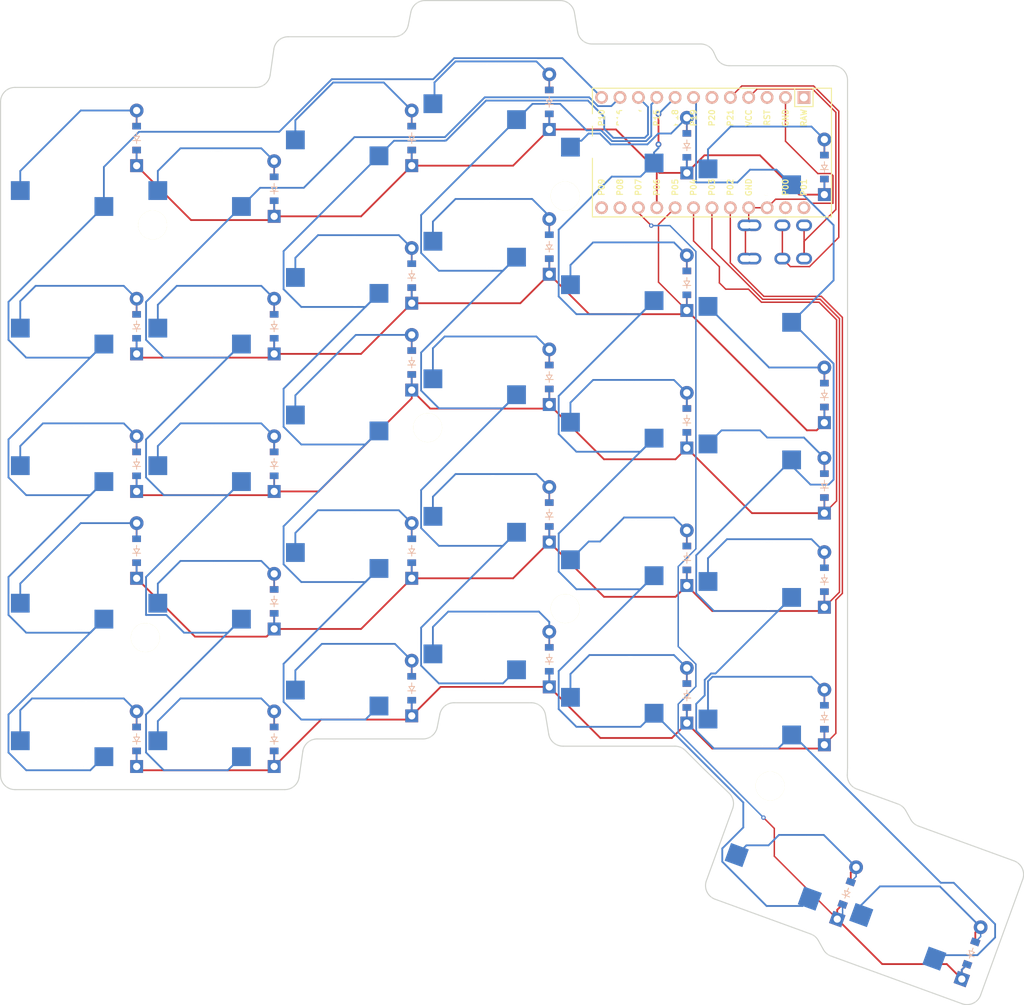
<source format=kicad_pcb>
(kicad_pcb (version 20241229) (generator "pcbnew") (generator_version "9.0")
  (title_block (title "left") (rev "1") (company "jost"))
  (layers (0 "F.Cu" signal) (2 "B.Cu" signal) (13 "F.Paste" user) (15 "B.Paste" user) (5 "F.SilkS" user "F.Silkscreen") (7 "B.SilkS" user "B.Silkscreen") (1 "F.Mask" user) (3 "B.Mask" user) (25 "Edge.Cuts" user))
  (net 0 "")
  (net 1 "P10")
  (net 2 "first_mod")
  (net 3 "first_bottom")
  (net 4 "first_home")
  (net 5 "first_top")
  (net 6 "first_num")
  (net 7 "P16")
  (net 8 "second_mod")
  (net 9 "second_bottom")
  (net 10 "second_home")
  (net 11 "second_top")
  (net 12 "second_num")
  (net 13 "P14")
  (net 14 "third_mod")
  (net 15 "third_bottom")
  (net 16 "third_home")
  (net 17 "third_top")
  (net 18 "third_num")
  (net 19 "P15")
  (net 20 "fourth_mod")
  (net 21 "fourth_bottom")
  (net 22 "fourth_home")
  (net 23 "fourth_top")
  (net 24 "fourth_num")
  (net 25 "P18")
  (net 26 "fifth_mod")
  (net 27 "fifth_bottom")
  (net 28 "fifth_home")
  (net 29 "fifth_top")
  (net 30 "fifth_num")
  (net 31 "P19")
  (net 32 "sixth_mod")
  (net 33 "sixth_bottom")
  (net 34 "sixth_home")
  (net 35 "sixth_top")
  (net 36 "sixth_num")
  (net 37 "t1_thumb")
  (net 38 "t2_thumb")
  (net 39 "P2")
  (net 40 "P4")
  (net 41 "P5")
  (net 42 "P3")
  (net 43 "P6")
  (net 44 "P7")
  (net 45 "RAW")
  (net 46 "GND")
  (net 47 "RST")
  (net 48 "VCC")
  (net 49 "P21")
  (net 50 "P20")
  (net 51 "P1")
  (net 52 "P0")
  (net 53 "P8")
  (net 54 "P9")
  (footprint "PG1350" (layer "F.Cu") (at 196.61205 177.13225 180)
    (property "Reference" "S11" (hide yes))
    (property "Value" "" (hide yes))
  )
  (footprint "ComboDiode" (layer "F.Cu") (at 242.41205 143.63225 90)
    (property "Reference" "D18" (hide yes))
    (property "Value" "" (hide yes))
  )
  (footprint "PG1350" (layer "F.Cu") (at 158.61205 127.13225 180)
    (property "Reference" "S4" (hide yes))
    (property "Value" "" (hide yes))
  )
  (footprint "PG1350" (layer "F.Cu") (at 253.61205 181.13225 180)
    (property "Reference" "S26" (hide yes))
    (property "Value" "" (hide yes))
  )
  (footprint "PG1350" (layer "F.Cu") (at 177.61205 184.13225 180)
    (property "Reference" "S6" (hide yes))
    (property "Value" "" (hide yes))
  )
  (footprint "PG1350" (layer "F.Cu") (at 177.61205 127.13225 180)
    (property "Reference" "S9" (hide yes))
    (property "Value" "" (hide yes))
  )
  (footprint "PG1350" (layer "F.Cu") (at 253.61205 124.13225 180)
    (property "Reference" "S29" (hide yes))
    (property "Value" "" (hide yes))
  )
  (footprint "ComboDiode" (layer "F.Cu") (at 166.41205 187.63225 90)
    (property "Reference" "D1" (hide yes))
    (property "Value" "" (hide yes))
  )
  (footprint "PG1350" (layer "F.Cu") (at 253.61205 143.13225 180)
    (property "Reference" "S28" (hide yes))
    (property "Value" "" (hide yes))
  )
  (footprint "HOLE_M2_TH" (layer "F.Cu") (at 225.61205 169.63225)
    (property "Reference" "")
    (property "Value" "")
  )
  (footprint "ComboDiode" (layer "F.Cu") (at 204.41205 123.63225 90)
    (property "Reference" "D11" (hide yes))
    (property "Value" "" (hide yes))
  )
  (footprint "PG1350" (layer "F.Cu") (at 215.61205 96.13225 180)
    (property "Reference" "S20" (hide yes))
    (property "Value" "" (hide yes))
  )
  (footprint "HOLE_M2_TH" (layer "F.Cu") (at 206.61205 144.63225)
    (property "Reference" "")
    (property "Value" "")
  )
  (footprint "ComboDiode" (layer "F.Cu") (at 261.41205 140.13225 90)
    (property "Reference" "D24" (hide yes))
    (property "Value" "" (hide yes))
  )
  (footprint "ComboDiode" (layer "F.Cu") (at 242.41205 181.63225 90)
    (property "Reference" "D16" (hide yes))
    (property "Value" "" (hide yes))
  )
  (footprint "ComboDiode" (layer "F.Cu") (at 261.41205 152.63225 90)
    (property "Reference" "D25" (hide yes))
    (property "Value" "" (hide yes))
  )
  (footprint "ComboDiode" (layer "F.Cu") (at 185.41205 149.63225 90)
    (property "Reference" "D6" (hide yes))
    (property "Value" "" (hide yes))
  )
  (footprint "ComboDiode" (layer "F.Cu") (at 223.41205 137.63225 90)
    (property "Reference" "D14" (hide yes))
    (property "Value" "" (hide yes))
  )
  (footprint "ComboDiode" (layer "F.Cu") (at 223.41205 156.63225 90)
    (property "Reference" "D13" (hide yes))
    (property "Value" "" (hide yes))
  )
  (footprint "PG1350" (layer "F.Cu") (at 158.61205 165.13225 180)
    (property "Reference" "S2" (hide yes))
    (property "Value" "" (hide yes))
  )
  (footprint "ComboDiode" (layer "F.Cu") (at 166.41205 130.63225 90)
    (property "Reference" "D3" (hide yes))
    (property "Value" "" (hide yes))
  )
  (footprint "PG1350" (layer "F.Cu") (at 234.61205 140.13225 180)
    (property "Reference" "S23" (hide yes))
    (property "Value" "" (hide yes))
  )
  (footprint "HOLE_M2_TH" (layer "F.Cu") (at 167.61205 173.63225)
    (property "Reference" "")
    (property "Value" "")
  )
  (footprint "ComboDiode" (layer "F.Cu") (at 242.41205 105.63225 90)
    (property "Reference" "D20" (hide yes))
    (property "Value" "" (hide yes))
  )
  (footprint "PG1350" (layer "F.Cu") (at 196.61205 120.13225 180)
    (property "Reference" "S14" (hide yes))
    (property "Value" "" (hide yes))
  )
  (footprint "PG1350" (layer "F.Cu") (at 177.61205 108.13225 180)
    (property "Reference" "S10" (hide yes))
    (property "Value" "" (hide yes))
  )
  (footprint "PG1350" (layer "F.Cu") (at 196.61205 158.13225 180)
    (property "Reference" "S12" (hide yes))
    (property "Value" "" (hide yes))
  )
  (footprint "PG1350" (layer "F.Cu") (at 234.61205 159.13225 180)
    (property "Reference" "S22" (hide yes))
    (property "Value" "" (hide yes))
  )
  (footprint "ComboDiode" (layer "F.Cu") (at 204.41205 135.63225 90)
    (property "Reference" "D28" (hide yes))
    (property "Value" "" (hide yes))
  )
  (footprint "ComboDiode" (layer "F.Cu") (at 204.41205 161.63225 90)
    (property "Reference" "D10" (hide yes))
    (property "Value" "" (hide yes))
  )
  (footprint "ComboDiode" (layer "F.Cu") (at 185.41205 111.63225 90)
    (property "Reference" "D8" (hide yes))
    (property "Value" "" (hide yes))
  )
  (footprint "ComboDiode" (layer "F.Cu") (at 264.494582 208.938931 70)
    (property "Reference" "D31" (hide yes))
    (property "Value" "" (hide yes))
  )
  (footprint "ComboDiode" (layer "F.Cu") (at 261.41205 108.63225 90)
    (property "Reference" "D23" (hide yes))
    (property "Value" "" (hide yes))
  )
  (footprint "PG1350" (layer "F.Cu") (at 177.61205 146.13225 180)
    (property "Reference" "S8" (hide yes))
    (property "Value" "" (hide yes))
  )
  (footprint "PG1350" (layer "F.Cu") (at 234.61205 121.13225 180)
    (property "Reference" "S24" (hide yes))
    (property "Value" "" (hide yes))
  )
  (footprint "ComboDiode" (layer "F.Cu") (at 223.41205 119.63225 90)
    (property "Reference" "D30" (hide yes))
    (property "Value" "" (hide yes))
  )
  (footprint "PG1350" (layer "F.Cu") (at 177.61205 165.13225 180)
    (property "Reference" "S7" (hide yes))
    (property "Value" "" (hide yes))
  )
  (footprint "PG1350" (layer "F.Cu") (at 275.566372 211.266049 160)
    (property "Reference" "S32" (hide yes))
    (property "Value" "" (hide yes))
  )
  (footprint "ComboDiode" (layer "F.Cu") (at 281.698903 217.22273 70)
    (property "Reference" "D32" (hide yes))
    (property "Value" "" (hide yes))
  )
  (footprint "ComboDiode" (layer "F.Cu") (at 185.41205 130.63225 90)
    (property "Reference" "D7" (hide yes))
    (property "Value" "" (hide yes))
  )
  (footprint "HOLE_M2_TH" (layer "F.Cu") (at 225.61205 112.63225)
    (property "Reference" "")
    (property "Value" "")
  )
  (footprint "PG1350" (layer "F.Cu") (at 253.61205 105.13225 180)
    (property "Reference" "S30" (hide yes))
    (property "Value" "" (hide yes))
  )
  (footprint "ComboDiode" (layer "F.Cu") (at 261.41205 184.63225 90)
    (property "Reference" "D21" (hide yes))
    (property "Value" "" (hide yes))
  )
  (footprint "HOLE_M2_TH" (layer "F.Cu") (at 253.922 194.129795 -20)
    (property "Reference" "")
    (property "Value" "")
  )
  (footprint "ComboDiode" (layer "F.Cu") (at 166.41205 104.63225 90)
    (property "Reference" "D27" (hide yes))
    (property "Value" "" (hide yes))
  )
  (footprint "PG1350" (layer "F.Cu") (at 258.36205 202.98225 160)
    (property "Reference" "S31" (hide yes))
    (property "Value" "" (hide yes))
  )
  (footprint "ComboDiode" (layer "F.Cu") (at 242.41205 162.63225 90)
    (property "Reference" "D17" (hide yes))
    (property "Value" "" (hide yes))
  )
  (footprint "PG1350" (layer "F.Cu") (at 215.61205 115.13225 180)
    (property "Reference" "S19" (hide yes))
    (property "Value" "" (hide yes))
  )
  (footprint "ComboDiode" (layer "F.Cu") (at 261.41205 165.63225 90)
    (property "Reference" "D22" (hide yes))
    (property "Value" "" (hide yes))
  )
  (footprint "ComboDiode" (layer "F.Cu") (at 204.41205 180.63225 90)
    (property "Reference" "D9" (hide yes))
    (property "Value" "" (hide yes))
  )
  (footprint "PG1350" (layer "F.Cu") (at 253.61205 162.13225 180)
    (property "Reference" "S27" (hide yes))
    (property "Value" "" (hide yes))
  )
  (footprint "ComboDiode" (layer "F.Cu") (at 223.41205 176.63225 90)
    (property "Reference" "D29" (hide yes))
    (property "Value" "" (hide yes))
  )
  (footprint "PG1350" (layer "F.Cu") (at 234.61205 178.13225 180)
    (property "Reference" "S21" (hide yes))
    (property "Value" "" (hide yes))
  )
  (footprint "ComboDiode" (layer "F.Cu") (at 204.41205 104.63225 90)
    (property "Reference" "D12" (hide yes))
    (property "Value" "" (hide yes))
  )
  (footprint "ComboDiode" (layer "F.Cu") (at 242.41205 124.63225 90)
    (property "Reference" "D19" (hide yes))
    (property "Value" "" (hide yes))
  )
  (footprint "PG1350" (layer "F.Cu") (at 196.61205 139.13225 180)
    (property "Reference" "S13" (hide yes))
    (property "Value" "" (hide yes))
  )
  (footprint "PG1350" (layer "F.Cu") (at 215.61205 153.13225 180)
    (property "Reference" "S17" (hide yes))
    (property "Value" "" (hide yes))
  )
  (footprint "TRRS-PJ-320A-dual" (layer "F.Cu") (at 261.81205 121.28225 -90)
    (property "Reference" "TRRS1")
    (property "Value" "TRRS-PJ-320A-dual")
  )
  (footprint "PG1350" (layer "F.Cu") (at 215.61205 172.13225 180)
    (property "Reference" "S16" (hide yes))
    (property "Value" "" (hide yes))
  )
  (footprint "ComboDiode" (layer "F.Cu") (at 185.41205 168.63225 90)
    (property "Reference" "D5" (hide yes))
    (property "Value" "" (hide yes))
  )
  (footprint "PG1350" (layer "F.Cu") (at 234.61205 102.13225 180)
    (property "Reference" "S25" (hide yes))
    (property "Value" "" (hide yes))
  )
  (footprint "PG1350" (layer "F.Cu") (at 158.61205 146.13225 180)
    (property "Reference" "S3" (hide yes))
    (property "Value" "" (hide yes))
  )
  (footprint "PG1350" (layer "F.Cu") (at 196.61205 101.13225 180)
    (property "Reference" "S15" (hide yes))
    (property "Value" "" (hide yes))
  )
  (footprint "ComboDiode" (layer "F.Cu") (at 166.41205 161.63225 90)
    (property "Reference" "D26" (hide yes))
    (property "Value" "" (hide yes))
  )
  (footprint "PG1350" (layer "F.Cu") (at 158.61205 184.13225 180)
    (property "Reference" "S1" (hide yes))
    (property "Value" "" (hide yes))
  )
  (footprint "PG1350" (layer "F.Cu") (at 215.61205 134.13225 180)
    (property "Reference" "S18" (hide yes))
    (property "Value" "" (hide yes))
  )
  (footprint "ComboDiode" (layer "F.Cu") (at 166.41205 149.63225 90)
    (property "Reference" "D2" (hide yes))
    (property "Value" "" (hide yes))
  )
  (footprint "PG1350" (layer "F.Cu") (at 158.61205 108.13225 180)
    (property "Reference" "S5" (hide yes))
    (property "Value" "" (hide yes))
  )
  (footprint "ProMicro" (layer "F.Cu") (at 244.61205 106.63225 180)
    (property "Reference" "MCU1" (hide yes))
    (property "Value" "" (hide yes))
  )
  (footprint "ComboDiode" (layer "F.Cu") (at 223.41205 99.63225 90)
    (property "Reference" "D15" (hide yes))
    (property "Value" "" (hide yes))
  )
  (footprint "ComboDiode" (layer "F.Cu") (at 185.41205 187.63225 90)
    (property "Reference" "D4" (hide yes))
    (property "Value" "" (hide yes))
  )
  (footprint "HOLE_M2_TH" (layer "F.Cu") (at 168.61205 116.63225)
    (property "Reference" "")
    (property "Value" "")
  )
  (gr_arc (start 246.313605 209.770841) (mid 245.18503 208.736693) (end 245.11826 207.207416) (stroke (width 0.15)) (layer "Edge.Cuts"))
  (gr_arc (start 264.612051 191.601466) (mid 264.611814 191.632247) (end 264.611103 191.663021) (stroke (width 0.15)) (layer "Edge.Cuts"))
  (gr_arc (start 240.783622 188.63225) (mid 241.548989 188.784491) (end 242.197836 189.218036) (stroke (width 0.15)) (layer "Edge.Cuts"))
  (gr_line (start 264.61205 96.63225) (end 264.61205 191.601465) (stroke (width 0.15)) (layer "Edge.Cuts"))
  (gr_arc (start 262.33776 217.625095) (mid 261.72536 217.268616) (end 261.275699 216.720969) (stroke (width 0.15)) (layer "Edge.Cuts"))
  (gr_arc (start 248.248238 195.122691) (mid 248.8113 196.112705) (end 248.742621 197.249565) (stroke (width 0.15)) (layer "Edge.Cuts"))
  (gr_line (start 184.857358 95.915093) (end 185.366742 92.349407) (stroke (width 0.15)) (layer "Edge.Cuts"))
  (gr_line (start 259.521837 214.578244) (end 246.313605 209.770841) (stroke (width 0.15)) (layer "Edge.Cuts"))
  (gr_line (start 246.143423 92.809374) (end 246.434926 93.455126) (stroke (width 0.15)) (layer "Edge.Cuts"))
  (gr_line (start 226.890584 87.303452) (end 227.333516 89.961048) (stroke (width 0.15)) (layer "Edge.Cuts"))
  (gr_line (start 208.290496 184.240018) (end 207.933604 186.024482) (stroke (width 0.15)) (layer "Edge.Cuts"))
  (gr_arc (start 287.614816 204.477457) (mid 288.743392 205.511606) (end 288.810162 207.040883) (stroke (width 0.15)) (layer "Edge.Cuts"))
  (gr_line (start 248.257801 94.63225) (end 262.61205 94.63225) (stroke (width 0.15)) (layer "Edge.Cuts"))
  (gr_arc (start 271.590662 196.623204) (mid 272.203062 196.979683) (end 272.652722 197.52733) (stroke (width 0.15)) (layer "Edge.Cuts"))
  (gr_line (start 264.611103 191.663021) (end 264.581945 192.609925) (stroke (width 0.15)) (layer "Edge.Cuts"))
  (gr_line (start 245.11826 207.207416) (end 248.742621 197.249565) (stroke (width 0.15)) (layer "Edge.Cuts"))
  (gr_line (start 220.917796 182.63225) (end 210.251658 182.63225) (stroke (width 0.15)) (layer "Edge.Cuts"))
  (gr_arc (start 229.306304 91.63225) (mid 228.013554 91.15829) (end 227.333516 89.961048) (stroke (width 0.15)) (layer "Edge.Cuts"))
  (gr_arc (start 259.521837 214.578244) (mid 260.134237 214.934723) (end 260.583898 215.48237) (stroke (width 0.15)) (layer "Edge.Cuts"))
  (gr_line (start 187.346641 90.63225) (end 201.972442 90.63225) (stroke (width 0.15)) (layer "Edge.Cuts"))
  (gr_line (start 280.432394 224.211003) (end 262.33776 217.625094) (stroke (width 0.15)) (layer "Edge.Cuts"))
  (gr_arc (start 189.366742 189.349407) (mid 190.036238 188.121342) (end 191.346641 187.63225) (stroke (width 0.15)) (layer "Edge.Cuts"))
  (gr_arc (start 207.933603 186.024482) (mid 207.24042 187.178934) (end 205.972442 187.63225) (stroke (width 0.15)) (layer "Edge.Cuts"))
  (gr_arc (start 244.320547 91.63225) (mid 245.405501 91.952108) (end 246.143423 92.809374) (stroke (width 0.15)) (layer "Edge.Cuts"))
  (gr_arc (start 248.257802 94.63225) (mid 247.172848 94.312392) (end 246.434926 93.455126) (stroke (width 0.15)) (layer "Edge.Cuts"))
  (gr_line (start 248.248238 195.122691) (end 244.626805 191.646413) (stroke (width 0.15)) (layer "Edge.Cuts"))
  (gr_arc (start 262.61205 94.63225) (mid 264.026264 95.218036) (end 264.61205 96.63225) (stroke (width 0.15)) (layer "Edge.Cuts"))
  (gr_arc (start 220.917796 182.63225) (mid 222.210546 183.10621) (end 222.890584 184.303452) (stroke (width 0.15)) (layer "Edge.Cuts"))
  (gr_line (start 149.61205 194.63225) (end 186.877459 194.63225) (stroke (width 0.15)) (layer "Edge.Cuts"))
  (gr_arc (start 274.406585 199.670055) (mid 273.794185 199.313576) (end 273.344524 198.765929) (stroke (width 0.15)) (layer "Edge.Cuts"))
  (gr_line (start 288.810162 207.040883) (end 282.995819 223.015658) (stroke (width 0.15)) (layer "Edge.Cuts"))
  (gr_line (start 147.61205 192.63225) (end 147.61205 99.63225) (stroke (width 0.15)) (layer "Edge.Cuts"))
  (gr_line (start 240.783623 188.63225) (end 225.306304 188.63225) (stroke (width 0.15)) (layer "Edge.Cuts"))
  (gr_arc (start 265.896958 194.550866) (mid 264.925232 193.793283) (end 264.581945 192.609925) (stroke (width 0.15)) (layer "Edge.Cuts"))
  (gr_arc (start 203.933603 89.024482) (mid 203.24042 90.178934) (end 201.972442 90.63225) (stroke (width 0.15)) (layer "Edge.Cuts"))
  (gr_line (start 272.652722 197.52733) (end 273.344524 198.765929) (stroke (width 0.15)) (layer "Edge.Cuts"))
  (gr_arc (start 184.857358 95.915093) (mid 184.187862 97.143158) (end 182.877459 97.63225) (stroke (width 0.15)) (layer "Edge.Cuts"))
  (gr_arc (start 188.857358 192.915093) (mid 188.187862 194.143158) (end 186.877459 194.63225) (stroke (width 0.15)) (layer "Edge.Cuts"))
  (gr_line (start 265.896957 194.550865) (end 271.590661 196.623204) (stroke (width 0.15)) (layer "Edge.Cuts"))
  (gr_line (start 223.333516 186.961048) (end 222.890584 184.303452) (stroke (width 0.15)) (layer "Edge.Cuts"))
  (gr_arc (start 224.917796 85.63225) (mid 226.210546 86.10621) (end 226.890584 87.303452) (stroke (width 0.15)) (layer "Edge.Cuts"))
  (gr_line (start 203.933604 89.024482) (end 204.290496 87.240018) (stroke (width 0.15)) (layer "Edge.Cuts"))
  (gr_line (start 206.251658 85.63225) (end 224.917796 85.63225) (stroke (width 0.15)) (layer "Edge.Cuts"))
  (gr_arc (start 244.626805 191.646413) (mid 244.612126 191.632177) (end 244.597593 191.617793) (stroke (width 0.15)) (layer "Edge.Cuts"))
  (gr_line (start 205.972442 187.63225) (end 191.346641 187.63225) (stroke (width 0.15)) (layer "Edge.Cuts"))
  (gr_arc (start 282.99582 223.015657) (mid 281.961671 224.144233) (end 280.432394 224.211003) (stroke (width 0.15)) (layer "Edge.Cuts"))
  (gr_arc (start 147.61205 99.63225) (mid 148.197836 98.218036) (end 149.61205 97.63225) (stroke (width 0.15)) (layer "Edge.Cuts"))
  (gr_line (start 261.275699 216.720969) (end 260.583898 215.48237) (stroke (width 0.15)) (layer "Edge.Cuts"))
  (gr_arc (start 204.290497 87.240018) (mid 204.98368 86.085566) (end 206.251658 85.63225) (stroke (width 0.15)) (layer "Edge.Cuts"))
  (gr_line (start 274.406585 199.670054) (end 287.614817 204.477458) (stroke (width 0.15)) (layer "Edge.Cuts"))
  (gr_line (start 189.366742 189.349407) (end 188.857358 192.915093) (stroke (width 0.15)) (layer "Edge.Cuts"))
  (gr_arc (start 208.290497 184.240018) (mid 208.98368 183.085566) (end 210.251658 182.63225) (stroke (width 0.15)) (layer "Edge.Cuts"))
  (gr_arc (start 225.306304 188.63225) (mid 224.013554 188.15829) (end 223.333516 186.961048) (stroke (width 0.15)) (layer "Edge.Cuts"))
  (gr_arc (start 185.366742 92.349407) (mid 186.036238 91.121342) (end 187.346641 90.63225) (stroke (width 0.15)) (layer "Edge.Cuts"))
  (gr_line (start 244.597593 191.617793) (end 242.197836 189.218036) (stroke (width 0.15)) (layer "Edge.Cuts"))
  (gr_line (start 229.306304 91.63225) (end 244.320547 91.63225) (stroke (width 0.15)) (layer "Edge.Cuts"))
  (gr_line (start 149.61205 97.63225) (end 182.877459 97.63225) (stroke (width 0.15)) (layer "Edge.Cuts"))
  (gr_arc (start 149.61205 194.63225) (mid 148.197836 194.046464) (end 147.61205 192.63225) (stroke (width 0.15)) (layer "Edge.Cuts"))
  (segment (start 148.71105 184.25825) (end 148.71105 189.50825) (width 0.25) (layer "B.Cu") (net 1))
  (segment (start 193.371391 96.5) (end 207.371391 96.5) (width 0.25) (layer "B.Cu") (net 1))
  (segment (start 148.71105 165.25825) (end 148.71105 170.50825) (width 0.25) (layer "B.Cu") (net 1))
  (segment (start 225.22055 93.59075) (end 230.64205 99.01225) (width 0.25) (layer "B.Cu") (net 1))
  (segment (start 160.01105 172.95825) (end 161.88705 171.08225) (width 0.25) (layer "B.Cu") (net 1))
  (segment (start 161.88705 108.622151) (end 166.750951 103.75825) (width 0.25) (layer "B.Cu") (net 1))
  (segment (start 148.71105 170.50825) (end 151.16105 172.95825) (width 0.25) (layer "B.Cu") (net 1))
  (segment (start 151.16105 134.95825) (end 160.01105 134.95825) (width 0.25) (layer "B.Cu") (net 1))
  (segment (start 151.16105 153.95825) (end 160.01105 153.95825) (width 0.25) (layer "B.Cu") (net 1))
  (segment (start 160.01105 153.95825) (end 161.88705 152.08225) (width 0.25) (layer "B.Cu") (net 1))
  (segment (start 160.01105 134.95825) (end 161.88705 133.08225) (width 0.25) (layer "B.Cu") (net 1))
  (segment (start 210.280641 93.59075) (end 225.22055 93.59075) (width 0.25) (layer "B.Cu") (net 1))
  (segment (start 148.71105 151.50825) (end 151.16105 153.95825) (width 0.25) (layer "B.Cu") (net 1))
  (segment (start 207.371391 96.5) (end 210.280641 93.59075) (width 0.25) (layer "B.Cu") (net 1))
  (segment (start 161.88705 114.08225) (end 161.88705 108.622151) (width 0.25) (layer "B.Cu") (net 1))
  (segment (start 166.750951 103.75825) (end 186.113141 103.75825) (width 0.25) (layer "B.Cu") (net 1))
  (segment (start 151.16105 172.95825) (end 160.01105 172.95825) (width 0.25) (layer "B.Cu") (net 1))
  (segment (start 160.01105 191.95825) (end 161.88705 190.08225) (width 0.25) (layer "B.Cu") (net 1))
  (segment (start 161.88705 171.08225) (end 148.71105 184.25825) (width 0.25) (layer "B.Cu") (net 1))
  (segment (start 161.88705 133.08225) (end 148.71105 146.25825) (width 0.25) (layer "B.Cu") (net 1))
  (segment (start 148.71105 189.50825) (end 151.16105 191.95825) (width 0.25) (layer "B.Cu") (net 1))
  (segment (start 161.88705 152.08225) (end 148.71105 165.25825) (width 0.25) (layer "B.Cu") (net 1))
  (segment (start 151.16105 191.95825) (end 160.01105 191.95825) (width 0.25) (layer "B.Cu") (net 1))
  (segment (start 148.71105 146.25825) (end 148.71105 151.50825) (width 0.25) (layer "B.Cu") (net 1))
  (segment (start 148.71105 127.25825) (end 148.71105 132.50825) (width 0.25) (layer "B.Cu") (net 1))
  (segment (start 186.113141 103.75825) (end 193.371391 96.5) (width 0.25) (layer "B.Cu") (net 1))
  (segment (start 161.88705 114.08225) (end 148.71105 127.25825) (width 0.25) (layer "B.Cu") (net 1))
  (segment (start 148.71105 132.50825) (end 151.16105 134.95825) (width 0.25) (layer "B.Cu") (net 1))
  (segment (start 166.41205 183.82225) (end 166.41205 185.98225) (width 0.25) (layer "F.Cu") (net 2))
  (segment (start 166.41205 185.98225) (end 166.41205 183.82225) (width 0.2) (layer "B.Cu") (net 2))
  (segment (start 150.33705 183.66295) (end 151.95825 182.04175) (width 0.25) (layer "B.Cu") (net 2))
  (segment (start 151.95825 182.04175) (end 164.63155 182.04175) (width 0.25) (layer "B.Cu") (net 2))
  (segment (start 150.33705 187.88225) (end 150.33705 183.66295) (width 0.25) (layer "B.Cu") (net 2))
  (segment (start 164.63155 182.04175) (end 166.41205 183.82225) (width 0.25) (layer "B.Cu") (net 2))
  (segment (start 166.41205 159.98225) (end 166.41205 157.82225) (width 0.25) (layer "F.Cu") (net 3))
  (segment (start 166.41205 159.98225) (end 166.41205 157.82225) (width 0.2) (layer "B.Cu") (net 3))
  (segment (start 158.686951 157.82225) (end 166.41205 157.82225) (width 0.25) (layer "B.Cu") (net 3))
  (segment (start 150.33705 166.172151) (end 158.686951 157.82225) (width 0.25) (layer "B.Cu") (net 3))
  (segment (start 150.33705 168.88225) (end 150.33705 166.172151) (width 0.25) (layer "B.Cu") (net 3))
  (segment (start 166.41205 145.82225) (end 166.41205 147.98225) (width 0.25) (layer "F.Cu") (net 4))
  (segment (start 150.33705 147.172151) (end 153.467451 144.04175) (width 0.25) (layer "B.Cu") (net 4))
  (segment (start 164.63155 144.04175) (end 166.41205 145.82225) (width 0.25) (layer "B.Cu") (net 4))
  (segment (start 150.33705 149.88225) (end 150.33705 147.172151) (width 0.25) (layer "B.Cu") (net 4))
  (segment (start 153.467451 144.04175) (end 164.63155 144.04175) (width 0.25) (layer "B.Cu") (net 4))
  (segment (start 166.41205 147.98225) (end 166.41205 145.82225) (width 0.2) (layer "B.Cu") (net 4))
  (segment (start 166.41205 128.98225) (end 166.41205 126.82225) (width 0.25) (layer "F.Cu") (net 5))
  (segment (start 166.41205 128.98225) (end 166.41205 126.82225) (width 0.2) (layer "B.Cu") (net 5))
  (segment (start 152.45825 125.04175) (end 164.63155 125.04175) (width 0.25) (layer "B.Cu") (net 5))
  (segment (start 164.63155 125.04175) (end 166.41205 126.82225) (width 0.25) (layer "B.Cu") (net 5))
  (segment (start 150.33705 127.16295) (end 152.45825 125.04175) (width 0.25) (layer "B.Cu") (net 5))
  (segment (start 150.33705 130.88225) (end 150.33705 127.16295) (width 0.25) (layer "B.Cu") (net 5))
  (segment (start 166.41205 100.82225) (end 166.41205 102.98225) (width 0.25) (layer "F.Cu") (net 6))
  (segment (start 166.41205 102.98225) (end 166.41205 100.82225) (width 0.2) (layer "B.Cu") (net 6))
  (segment (start 158.686951 100.82225) (end 166.41205 100.82225) (width 0.25) (layer "B.Cu") (net 6))
  (segment (start 150.33705 109.172151) (end 158.686951 100.82225) (width 0.25) (layer "B.Cu") (net 6))
  (segment (start 150.33705 111.88225) (end 150.33705 109.172151) (width 0.25) (layer "B.Cu") (net 6))
  (segment (start 170.50825 170.50825) (end 172.95825 172.95825) (width 0.25) (layer "B.Cu") (net 7))
  (segment (start 180.88705 114.08225) (end 183.4693 111.5) (width 0.25) (layer "B.Cu") (net 7))
  (segment (start 228.929491 99) (end 230.144041 100.21455) (width 0.25) (layer "B.Cu") (net 7))
  (segment (start 183.4693 111.5) (end 189.5 111.5) (width 0.25) (layer "B.Cu") (net 7))
  (segment (start 230.144041 100.21455) (end 231.97975 100.21455) (width 0.25) (layer "B.Cu") (net 7))
  (segment (start 167.71105 165.25825) (end 167.71105 170.50825) (width 0.25) (layer "B.Cu") (net 7))
  (segment (start 167.71105 132.50825) (end 170.16105 134.95825) (width 0.25) (layer "B.Cu") (net 7))
  (segment (start 167.71105 170.50825) (end 170.50825 170.50825) (width 0.25) (layer "B.Cu") (net 7))
  (segment (start 167.71105 127.25825) (end 167.71105 132.50825) (width 0.25) (layer "B.Cu") (net 7))
  (segment (start 180.88705 114.08225) (end 167.71105 127.25825) (width 0.25) (layer "B.Cu") (net 7))
  (segment (start 180.88705 133.08225) (end 167.71105 146.25825) (width 0.25) (layer "B.Cu") (net 7))
  (segment (start 214.5 99) (end 228.929491 99) (width 0.25) (layer "B.Cu") (net 7))
  (segment (start 170.16105 153.95825) (end 179.01105 153.95825) (width 0.25) (layer "B.Cu") (net 7))
  (segment (start 189.5 111.5) (end 196.5 104.5) (width 0.25) (layer "B.Cu") (net 7))
  (segment (start 196.5 104.5) (end 209 104.5) (width 0.25) (layer "B.Cu") (net 7))
  (segment (start 167.71105 146.25825) (end 167.71105 151.50825) (width 0.25) (layer "B.Cu") (net 7))
  (segment (start 172.95825 172.95825) (end 179.01105 172.95825) (width 0.25) (layer "B.Cu") (net 7))
  (segment (start 167.71105 189.50825) (end 170.16105 191.95825) (width 0.25) (layer "B.Cu") (net 7))
  (segment (start 167.71105 151.50825) (end 170.16105 153.95825) (width 0.25) (layer "B.Cu") (net 7))
  (segment (start 180.88705 152.08225) (end 167.71105 165.25825) (width 0.25) (layer "B.Cu") (net 7))
  (segment (start 179.01105 172.95825) (end 180.88705 171.08225) (width 0.25) (layer "B.Cu") (net 7))
  (segment (start 179.01105 134.95825) (end 180.88705 133.08225) (width 0.25) (layer "B.Cu") (net 7))
  (segment (start 170.16105 191.95825) (end 179.01105 191.95825) (width 0.25) (layer "B.Cu") (net 7))
  (segment (start 180.88705 171.08225) (end 167.71105 184.25825) (width 0.25) (layer "B.Cu") (net 7))
  (segment (start 179.01105 153.95825) (end 180.88705 152.08225) (width 0.25) (layer "B.Cu") (net 7))
  (segment (start 231.97975 100.21455) (end 233.18205 99.01225) (width 0.25) (layer "B.Cu") (net 7))
  (segment (start 167.71105 184.25825) (end 167.71105 189.50825) (width 0.25) (layer "B.Cu") (net 7))
  (segment (start 170.16105 134.95825) (end 179.01105 134.95825) (width 0.25) (layer "B.Cu") (net 7))
  (segment (start 209 104.5) (end 214.5 99) (width 0.25) (layer "B.Cu") (net 7))
  (segment (start 179.01105 191.95825) (end 180.88705 190.08225) (width 0.25) (layer "B.Cu") (net 7))
  (segment (start 185.41205 183.82225) (end 185.41205 185.98225) (width 0.25) (layer "F.Cu") (net 8))
  (segment (start 169.33705 187.88225) (end 169.33705 185.172151) (width 0.25) (layer "B.Cu") (net 8))
  (segment (start 183.63155 182.04175) (end 185.41205 183.82225) (width 0.25) (layer "B.Cu") (net 8))
  (segment (start 185.41205 185.98225) (end 185.41205 183.82225) (width 0.2) (layer "B.Cu") (net 8))
  (segment (start 169.33705 185.172151) (end 172.467451 182.04175) (width 0.25) (layer "B.Cu") (net 8))
  (segment (start 172.467451 182.04175) (end 183.63155 182.04175) (width 0.25) (layer "B.Cu") (net 8))
  (segment (start 185.41205 166.98225) (end 185.41205 164.82225) (width 0.25) (layer "F.Cu") (net 9))
  (segment (start 169.33705 166.172151) (end 172.467451 163.04175) (width 0.25) (layer "B.Cu") (net 9))
  (segment (start 185.41205 166.98225) (end 185.41205 164.82225) (width 0.2) (layer "B.Cu") (net 9))
  (segment (start 169.33705 168.88225) (end 169.33705 166.172151) (width 0.25) (layer "B.Cu") (net 9))
  (segment (start 172.467451 163.04175) (end 183.63155 163.04175) (width 0.25) (layer "B.Cu") (net 9))
  (segment (start 183.63155 163.04175) (end 185.41205 164.82225) (width 0.25) (layer "B.Cu") (net 9))
  (segment (start 185.41205 147.98225) (end 185.41205 145.82225) (width 0.25) (layer "F.Cu") (net 10))
  (segment (start 183.63155 144.04175) (end 185.41205 145.82225) (width 0.25) (layer "B.Cu") (net 10))
  (segment (start 169.33705 147.172151) (end 172.467451 144.04175) (width 0.25) (layer "B.Cu") (net 10))
  (segment (start 169.33705 149.88225) (end 169.33705 147.172151) (width 0.25) (layer "B.Cu") (net 10))
  (segment (start 185.41205 145.82225) (end 185.41205 147.98225) (width 0.25) (layer "B.Cu") (net 10))
  (segment (start 172.467451 144.04175) (end 183.63155 144.04175) (width 0.25) (layer "B.Cu") (net 10))
  (segment (start 185.41205 126.82225) (end 185.41205 128.98225) (width 0.25) (layer "F.Cu") (net 11))
  (segment (start 169.33705 127.66295) (end 171.95825 125.04175) (width 0.25) (layer "B.Cu") (net 11))
  (segment (start 171.95825 125.04175) (end 183.63155 125.04175) (width 0.25) (layer "B.Cu") (net 11))
  (segment (start 183.63155 125.04175) (end 185.41205 126.82225) (width 0.25) (layer "B.Cu") (net 11))
  (segment (start 185.41205 128.98225) (end 185.41205 126.82225) (width 0.2) (layer "B.Cu") (net 11))
  (segment (start 169.33705 130.88225) (end 169.33705 127.66295) (width 0.25) (layer "B.Cu") (net 11))
  (segment (start 185.41205 107.82225) (end 185.41205 109.98225) (width 0.25) (layer "F.Cu") (net 12))
  (segment (start 169.33705 111.88225) (end 169.33705 109.172151) (width 0.25) (layer "B.Cu") (net 12))
  (segment (start 185.41205 109.98225) (end 185.41205 107.82225) (width 0.2) (layer "B.Cu") (net 12))
  (segment (start 183.63155 106.04175) (end 185.41205 107.82225) (width 0.25) (layer "B.Cu") (net 12))
  (segment (start 169.33705 109.172151) (end 172.467451 106.04175) (width 0.25) (layer "B.Cu") (net 12))
  (segment (start 172.467451 106.04175) (end 183.63155 106.04175) (width 0.25) (layer "B.Cu") (net 12))
  (segment (start 198.01105 127.95825) (end 199.88705 126.08225) (width 0.25) (layer "B.Cu") (net 13))
  (segment (start 228.742681 99.451) (end 229.89584 100.60416) (width 0.25) (layer "B.Cu") (net 13))
  (segment (start 236.59966 104.598) (end 237.049 104.14866) (width 0.25) (layer "B.Cu") (net 13))
  (segment (start 199.88705 164.08225) (end 186.71105 177.25825) (width 0.25) (layer "B.Cu") (net 13))
  (segment (start 229.89584 100.60416) (end 231 101.70832) (width 0.25) (layer "B.Cu") (net 13))
  (segment (start 198.01105 184.95825) (end 199.88705 183.08225) (width 0.25) (layer "B.Cu") (net 13))
  (segment (start 232.256485 104.598) (end 236.59966 104.598) (width 0.25) (layer "B.Cu") (net 13))
  (segment (start 189.16105 127.95825) (end 198.01105 127.95825) (width 0.25) (layer "B.Cu") (net 13))
  (segment (start 186.71105 125.50825) (end 189.16105 127.95825) (width 0.25) (layer "B.Cu") (net 13))
  (segment (start 186.71105 158.25825) (end 186.71105 163.50825) (width 0.25) (layer "B.Cu") (net 13))
  (segment (start 214.68681 99.451) (end 228.742681 99.451) (width 0.25) (layer "B.Cu") (net 13))
  (segment (start 209.049 104.951) (end 209.18681 104.951) (width 0.25) (layer "B.Cu") (net 13))
  (segment (start 199.88705 107.08225) (end 201.9693 105) (width 0.25) (layer "B.Cu") (net 13))
  (segment (start 231 103.341515) (end 232.256485 104.598) (width 0.25) (layer "B.Cu") (net 13))
  (segment (start 186.71105 120.25825) (end 186.71105 125.50825) (width 0.25) (layer "B.Cu") (net 13))
  (segment (start 199.88705 126.08225) (end 186.71105 139.25825) (width 0.25) (layer "B.Cu") (net 13))
  (segment (start 186.71105 139.25825) (end 186.71105 144.50825) (width 0.25) (layer "B.Cu") (net 13))
  (segment (start 186.71105 182.50825) (end 189.16105 184.95825) (width 0.25) (layer "B.Cu") (net 13))
  (segment (start 189.16105 184.95825) (end 198.01105 184.95825) (width 0.25) (layer "B.Cu") (net 13))
  (segment (start 198.01105 165.95825) (end 199.88705 164.08225) (width 0.25) (layer "B.Cu") (net 13))
  (segment (start 199.88705 107.08225) (end 186.71105 120.25825) (width 0.25) (layer "B.Cu") (net 13))
  (segment (start 189.16105 146.95825) (end 198.01105 146.95825) (width 0.25) (layer "B.Cu") (net 13))
  (segment (start 198.01105 146.95825) (end 199.88705 145.08225) (width 0.25) (layer "B.Cu") (net 13))
  (segment (start 229.89584 100.60416) (end 229.957231 100.66555) (width 0.25) (layer "B.Cu") (net 13))
  (segment (start 186.71105 163.50825) (end 189.16105 165.95825) (width 0.25) (layer "B.Cu") (net 13))
  (segment (start 201.9693 105) (end 209 105) (width 0.25) (layer "B.Cu") (net 13))
  (segment (start 186.71105 177.25825) (end 186.71105 182.50825) (width 0.25) (layer "B.Cu") (net 13))
  (segment (start 209.18681 104.951) (end 214.68681 99.451) (width 0.25) (layer "B.Cu") (net 13))
  (segment (start 199.88705 145.08225) (end 186.71105 158.25825) (width 0.25) (layer "B.Cu") (net 13))
  (segment (start 237.049 104.14866) (end 237.049 100.3392) (width 0.25) (layer "B.Cu") (net 13))
  (segment (start 189.16105 165.95825) (end 198.01105 165.95825) (width 0.25) (layer "B.Cu") (net 13))
  (segment (start 209 105) (end 209.049 104.951) (width 0.25) (layer "B.Cu") (net 13))
  (segment (start 231 101.70832) (end 231 103.341515) (width 0.25) (layer "B.Cu") (net 13))
  (segment (start 186.71105 144.50825) (end 189.16105 146.95825) (width 0.25) (layer "B.Cu") (net 13))
  (segment (start 237.049 100.3392) (end 235.72205 99.01225) (width 0.25) (layer "B.Cu") (net 13))
  (segment (start 204.41205 176.82225) (end 204.41205 178.98225) (width 0.25) (layer "F.Cu") (net 14))
  (segment (start 188.33705 178.16295) (end 192 174.5) (width 0.25) (layer "B.Cu") (net 14))
  (segment (start 202.0898 174.5) (end 204.41205 176.82225) (width 0.25) (layer "B.Cu") (net 14))
  (segment (start 188.33705 180.88225) (end 188.33705 178.16295) (width 0.25) (layer "B.Cu") (net 14))
  (segment (start 192 174.5) (end 202.0898 174.5) (width 0.25) (layer "B.Cu") (net 14))
  (segment (start 204.41205 178.98225) (end 204.41205 176.82225) (width 0.2) (layer "B.Cu") (net 14))
  (segment (start 204.41205 157.82225) (end 204.41205 159.98225) (width 0.25) (layer "F.Cu") (net 15))
  (segment (start 204.41205 159.98225) (end 204.41205 157.82225) (width 0.2) (layer "B.Cu") (net 15))
  (segment (start 188.33705 159.172151) (end 191.467451 156.04175) (width 0.25) (layer "B.Cu") (net 15))
  (segment (start 188.33705 161.88225) (end 188.33705 159.172151) (width 0.25) (layer "B.Cu") (net 15))
  (segment (start 202.63155 156.04175) (end 204.41205 157.82225) (width 0.25) (layer "B.Cu") (net 15))
  (segment (start 191.467451 156.04175) (end 202.63155 156.04175) (width 0.25) (layer "B.Cu") (net 15))
  (segment (start 204.41205 133.98225) (end 204.41205 131.82225) (width 0.25) (layer "F.Cu") (net 16))
  (segment (start 188.33705 142.88225) (end 188.33705 140.172151) (width 0.25) (layer "B.Cu") (net 16))
  (segment (start 196.686951 131.82225) (end 204.41205 131.82225) (width 0.25) (layer "B.Cu") (net 16))
  (segment (start 188.33705 140.172151) (end 196.686951 131.82225) (width 0.25) (layer "B.Cu") (net 16))
  (segment (start 204.41205 133.98225) (end 204.41205 131.82225) (width 0.2) (layer "B.Cu") (net 16))
  (segment (start 204.41205 121.98225) (end 204.41205 119.82225) (width 0.25) (layer "F.Cu") (net 17))
  (segment (start 188.33705 121.172151) (end 191.467451 118.04175) (width 0.25) (layer "B.Cu") (net 17))
  (segment (start 191.467451 118.04175) (end 202.63155 118.04175) (width 0.25) (layer "B.Cu") (net 17))
  (segment (start 188.33705 123.88225) (end 188.33705 121.172151) (width 0.25) (layer "B.Cu") (net 17))
  (segment (start 202.63155 118.04175) (end 204.41205 119.82225) (width 0.25) (layer "B.Cu") (net 17))
  (segment (start 204.41205 121.98225) (end 204.41205 119.82225) (width 0.2) (layer "B.Cu") (net 17))
  (segment (start 204.41205 100.82225) (end 204.41205 102.98225) (width 0.25) (layer "F.Cu") (net 18))
  (segment (start 188.33705 104.88225) (end 188.33705 102.172151) (width 0.25) (layer "B.Cu") (net 18))
  (segment (start 188.33705 102.172151) (end 193.558201 96.951) (width 0.25) (layer "B.Cu") (net 18))
  (segment (start 204.41205 102.98225) (end 204.41205 100.82225) (width 0.2) (layer "B.Cu") (net 18))
  (segment (start 193.558201 96.951) (end 200.5408 96.951) (width 0.25) (layer "B.Cu") (net 18))
  (segment (start 200.5408 96.951) (end 204.41205 100.82225) (width 0.25) (layer "B.Cu") (net 18))
  (segment (start 217.01105 160.95825) (end 218.88705 159.08225) (width 0.25) (layer "B.Cu") (net 19))
  (segment (start 217.01105 179.95825) (end 218.88705 178.08225) (width 0.25) (layer "B.Cu") (net 19))
  (segment (start 205.71105 120.50825) (end 208.16105 122.95825) (width 0.25) (layer "B.Cu") (net 19))
  (segment (start 224.902 99.902) (end 228.55525 103.55525) (width 0.25) (layer "B.Cu") (net 19))
  (segment (start 230.575925 103.55525) (end 232.069675 105.049) (width 0.25) (layer "B.Cu") (net 19))
  (segment (start 218.88705 159.08225) (end 205.71105 172.25825) (width 0.25) (layer "B.Cu") (net 19))
  (segment (start 228.55525 103.55525) (end 230.575925 103.55525) (width 0.25) (layer "B.Cu") (net 19))
  (segment (start 218.88705 140.08225) (end 205.71105 153.25825) (width 0.25) (layer "B.Cu") (net 19))
  (segment (start 217.01105 141.95825) (end 218.88705 140.08225) (width 0.25) (layer "B.Cu") (net 19))
  (segment (start 217.01105 122.95825) (end 218.88705 121.08225) (width 0.25) (layer "B.Cu") (net 19))
  (segment (start 205.71105 115.25825) (end 205.71105 120.50825) (width 0.25) (layer "B.Cu") (net 19))
  (segment (start 208.16105 141.95825) (end 217.01105 141.95825) (width 0.25) (layer "B.Cu") (net 19))
  (segment (start 218.88705 102.08225) (end 218.91775 102.08225) (width 0.25) (layer "B.Cu") (net 19))
  (segment (start 205.71105 172.25825) (end 205.71105 177.50825) (width 0.25) (layer "B.Cu") (net 19))
  (segment (start 237.5 100) (end 238.26205 99.23795) (width 0.25) (layer "B.Cu") (net 19))
  (segment (start 205.71105 158.50825) (end 208.16105 160.95825) (width 0.25) (layer "B.Cu") (net 19))
  (segment (start 205.71105 139.50825) (end 208.16105 141.95825) (width 0.25) (layer "B.Cu") (net 19))
  (segment (start 208.16105 122.95825) (end 217.01105 122.95825) (width 0.25) (layer "B.Cu") (net 19))
  (segment (start 208.16105 179.95825) (end 217.01105 179.95825) (width 0.25) (layer "B.Cu") (net 19))
  (segment (start 205.71105 134.25825) (end 205.71105 139.50825) (width 0.25) (layer "B.Cu") (net 19))
  (segment (start 205.71105 177.50825) (end 208.16105 179.95825) (width 0.25) (layer "B.Cu") (net 19))
  (segment (start 218.88705 102.08225) (end 205.71105 115.25825) (width 0.25) (layer "B.Cu") (net 19))
  (segment (start 236.78647 105.049) (end 237.5 104.33547) (width 0.25) (layer "B.Cu") (net 19))
  (segment (start 232.069675 105.049) (end 236.78647 105.049) (width 0.25) (layer "B.Cu") (net 19))
  (segment (start 208.16105 160.95825) (end 217.01105 160.95825) (width 0.25) (layer "B.Cu") (net 19))
  (segment (start 218.91775 102.08225) (end 221.098 99.902) (width 0.25) (layer "B.Cu") (net 19))
  (segment (start 237.5 104.33547) (end 237.5 100) (width 0.25) (layer "B.Cu") (net 19))
  (segment (start 218.88705 121.08225) (end 205.71105 134.25825) (width 0.25) (layer "B.Cu") (net 19))
  (segment (start 221.098 99.902) (end 224.902 99.902) (width 0.25) (layer "B.Cu") (net 19))
  (segment (start 205.71105 153.25825) (end 205.71105 158.50825) (width 0.25) (layer "B.Cu") (net 19))
  (segment (start 238.26205 99.23795) (end 238.26205 99.01225) (width 0.25) (layer "B.Cu") (net 19))
  (segment (start 223.41205 174.98225) (end 223.41205 172.82225) (width 0.25) (layer "F.Cu") (net 20))
  (segment (start 209.45825 170.04175) (end 221.978588 170.04175) (width 0.25) (layer "B.Cu") (net 20))
  (segment (start 223.41205 171.475212) (end 223.41205 172.82225) (width 0.25) (layer "B.Cu") (net 20))
  (segment (start 207.33705 172.16295) (end 209.45825 170.04175) (width 0.25) (layer "B.Cu") (net 20))
  (segment (start 223.41205 174.98225) (end 223.41205 172.82225) (width 0.2) (layer "B.Cu") (net 20))
  (segment (start 221.978588 170.04175) (end 223.41205 171.475212) (width 0.25) (layer "B.Cu") (net 20))
  (segment (start 207.33705 175.88225) (end 207.33705 172.16295) (width 0.25) (layer "B.Cu") (net 20))
  (segment (start 223.41205 154.98225) (end 223.41205 152.82225) (width 0.25) (layer "F.Cu") (net 21))
  (segment (start 223.41205 154.98225) (end 223.41205 152.82225) (width 0.2) (layer "B.Cu") (net 21))
  (segment (start 210.467451 151.04175) (end 221.63155 151.04175) (width 0.25) (layer "B.Cu") (net 21))
  (segment (start 207.33705 156.88225) (end 207.33705 154.172151) (width 0.25) (layer "B.Cu") (net 21))
  (segment (start 207.33705 154.172151) (end 210.467451 151.04175) (width 0.25) (layer "B.Cu") (net 21))
  (segment (start 221.63155 151.04175) (end 223.41205 152.82225) (width 0.25) (layer "B.Cu") (net 21))
  (segment (start 223.41205 135.98225) (end 223.41205 133.82225) (width 0.25) (layer "F.Cu") (net 22))
  (segment (start 223.41205 135.98225) (end 223.41205 133.82225) (width 0.2) (layer "B.Cu") (net 22))
  (segment (start 221.63155 132.04175) (end 223.41205 133.82225) (width 0.25) (layer "B.Cu") (net 22))
  (segment (start 207.33705 137.88225) (end 207.33705 133.66295) (width 0.25) (layer "B.Cu") (net 22))
  (segment (start 207.33705 133.66295) (end 208.95825 132.04175) (width 0.25) (layer "B.Cu") (net 22))
  (segment (start 208.95825 132.04175) (end 221.63155 132.04175) (width 0.25) (layer "B.Cu") (net 22))
  (segment (start 223.41205 117.98225) (end 223.41205 115.82225) (width 0.25) (layer "F.Cu") (net 23))
  (segment (start 221.04175 113.04175) (end 223.41205 115.41205) (width 0.25) (layer "B.Cu") (net 23))
  (segment (start 223.41205 115.41205) (end 223.41205 115.82225) (width 0.25) (layer "B.Cu") (net 23))
  (segment (start 223.41205 117.98225) (end 223.41205 115.82225) (width 0.2) (layer "B.Cu") (net 23))
  (segment (start 207.33705 118.88225) (end 207.33705 116.16295) (width 0.25) (layer "B.Cu") (net 23))
  (segment (start 207.33705 116.16295) (end 210.45825 113.04175) (width 0.25) (layer "B.Cu") (net 23))
  (segment (start 210.45825 113.04175) (end 221.04175 113.04175) (width 0.25) (layer "B.Cu") (net 23))
  (segment (start 223.41205 97.98225) (end 223.41205 95.82225) (width 0.25) (layer "F.Cu") (net 24))
  (segment (start 221.63155 94.04175) (end 223.41205 95.82225) (width 0.25) (layer "B.Cu") (net 24))
  (segment (start 223.41205 97.98225) (end 223.41205 95.82225) (width 0.2) (layer "B.Cu") (net 24))
  (segment (start 207.558201 99.661099) (end 207.558201 96.9556) (width 0.25) (layer "B.Cu") (net 24))
  (segment (start 210.467451 94.04175) (end 221.63155 94.04175) (width 0.25) (layer "B.Cu") (net 24))
  (segment (start 207.553601 96.951) (end 207.558201 96.951) (width 0.25) (layer "B.Cu") (net 24))
  (segment (start 207.33705 99.88225) (end 207.558201 99.661099) (width 0.25) (layer "B.Cu") (net 24))
  (segment (start 207.558201 96.951) (end 210.467451 94.04175) (width 0.25) (layer "B.Cu") (net 24))
  (segment (start 207.558201 96.9556) (end 207.553601 96.951) (width 0.25) (layer "B.Cu") (net 24))
  (segment (start 238.5 101.3143) (end 238.5 105.5) (width 0.25) (layer "F.Cu") (net 25))
  (via (at 238.5 105.5) (size 0.8) (drill 0.4) (layers "F.Cu" "B.Cu") (net 25))
  (via (at 238.5 101.3143) (size 0.8) (drill 0.4) (layers "F.Cu" "B.Cu") (net 25))
  (segment (start 227.16105 128.95825) (end 236.01105 128.95825) (width 0.25) (layer "B.Cu") (net 25))
  (segment (start 236.01105 128.95825) (end 237.88705 127.08225) (width 0.25) (layer "B.Cu") (net 25))
  (segment (start 224.71105 178.25825) (end 224.71105 183.50825) (width 0.25) (layer "B.Cu") (net 25))
  (segment (start 253.431206 210.707805) (end 258.390255 210.707805) (width 0.25) (layer "B.Cu") (net 25))
  (segment (start 236.01105 185.95825) (end 237.88705 184.08225) (width 0.25) (layer "B.Cu") (net 25))
  (segment (start 227.16105 166.95825) (end 236.01105 166.95825) (width 0.25) (layer "B.Cu") (net 25))
  (segment (start 237.88705 108.08225) (end 236.01105 109.95825) (width 0.25) (layer "B.Cu") (net 25))
  (segment (start 250.215527 196.410727) (end 250.215527 199.859636) (width 0.25) (layer "B.Cu") (net 25))
  (segment (start 236.01105 109.95825) (end 232.04175 109.95825) (width 0.25) (layer "B.Cu") (net 25))
  (segment (start 232.04175 109.95825) (end 224.71105 117.28895) (width 0.25) (layer "B.Cu") (net 25))
  (segment (start 237.88705 127.08225) (end 224.71105 140.25825) (width 0.25) (layer "B.Cu") (net 25))
  (segment (start 224.71105 159.25825) (end 224.71105 164.50825) (width 0.25) (layer "B.Cu") (net 25))
  (segment (start 224.71105 140.25825) (end 224.71105 145.50825) (width 0.25) (layer "B.Cu") (net 25))
  (segment (start 227.16105 147.95825) (end 236.01105 147.95825) (width 0.25) (layer "B.Cu") (net 25))
  (segment (start 224.71105 164.50825) (end 227.16105 166.95825) (width 0.25) (layer "B.Cu") (net 25))
  (segment (start 238.5 106) (end 237.88705 106.61295) (width 0.25) (layer "B.Cu") (net 25))
  (segment (start 236.01105 147.95825) (end 237.88705 146.08225) (width 0.25) (layer "B.Cu") (net 25))
  (segment (start 238.5 101.3143) (end 240.80205 99.01225) (width 0.25) (layer "B.Cu") (net 25))
  (segment (start 237.88705 184.08225) (end 250.215527 196.410727) (width 0.25) (layer "B.Cu") (net 25))
  (segment (start 236.01105 166.95825) (end 237.88705 165.08225) (width 0.25) (layer "B.Cu") (net 25))
  (segment (start 237.88705 146.08225) (end 224.71105 159.25825) (width 0.25) (layer "B.Cu") (net 25))
  (segment (start 247.311291 204.58789) (end 253.431206 210.707805) (width 0.25) (layer "B.Cu") (net 25))
  (segment (start 258.390255 210.707805) (end 259.404523 209.693537) (width 0.25) (layer "B.Cu") (net 25))
  (segment (start 227.16105 185.95825) (end 236.01105 185.95825) (width 0.25) (layer "B.Cu") (net 25))
  (segment (start 224.71105 126.50825) (end 227.16105 128.95825) (width 0.25) (layer "B.Cu") (net 25))
  (segment (start 237.88705 165.08225) (end 224.71105 178.25825) (width 0.25) (layer "B.Cu") (net 25))
  (segment (start 250.215527 199.859636) (end 247.311291 202.763872) (width 0.25) (layer "B.Cu") (net 25))
  (segment (start 224.71105 145.50825) (end 227.16105 147.95825) (width 0.25) (layer "B.Cu") (net 25))
  (segment (start 237.88705 106.61295) (end 237.88705 108.08225) (width 0.25) (layer "B.Cu") (net 25))
  (segment (start 224.71105 117.28895) (end 224.71105 126.50825) (width 0.25) (layer "B.Cu") (net 25))
  (segment (start 247.311291 202.763872) (end 247.311291 204.58789) (width 0.25) (layer "B.Cu") (net 25))
  (segment (start 224.71105 183.50825) (end 227.16105 185.95825) (width 0.25) (layer "B.Cu") (net 25))
  (segment (start 238.5 105.5) (end 238.5 106) (width 0.25) (layer "B.Cu") (net 25))
  (segment (start 242.41205 177.82225) (end 242.41205 179.98225) (width 0.25) (layer "F.Cu") (net 26))
  (segment (start 240.63155 176.04175) (end 242.41205 177.82225) (width 0.25) (layer "B.Cu") (net 26))
  (segment (start 226.33705 181.88225) (end 226.33705 178.66295) (width 0.25) (layer "B.Cu") (net 26))
  (segment (start 242.41205 179.98225) (end 242.41205 177.82225) (width 0.2) (layer "B.Cu") (net 26))
  (segment (start 228.95825 176.04175) (end 240.63155 176.04175) (width 0.25) (layer "B.Cu") (net 26))
  (segment (start 226.33705 178.66295) (end 228.95825 176.04175) (width 0.25) (layer "B.Cu") (net 26))
  (segment (start 242.41205 160.98225) (end 242.41205 158.82225) (width 0.25) (layer "F.Cu") (net 27))
  (segment (start 226.33705 162.88225) (end 228.86015 160.35915) (width 0.25) (layer "B.Cu") (net 27))
  (segment (start 228.86015 160.35915) (end 230.428737 160.35915) (width 0.25) (layer "B.Cu") (net 27))
  (segment (start 240.63155 157.04175) (end 242.41205 158.82225) (width 0.25) (layer "B.Cu") (net 27))
  (segment (start 233.746137 157.04175) (end 240.63155 157.04175) (width 0.25) (layer "B.Cu") (net 27))
  (segment (start 230.428737 160.35915) (end 233.746137 157.04175) (width 0.25) (layer "B.Cu") (net 27))
  (segment (start 242.41205 160.98225) (end 242.41205 158.82225) (width 0.2) (layer "B.Cu") (net 27))
  (segment (start 242.41205 139.82225) (end 242.41205 141.98225) (width 0.25) (layer "F.Cu") (net 28))
  (segment (start 242.41205 139.82225) (end 242.41205 141.98225) (width 0.25) (layer "B.Cu") (net 28))
  (segment (start 240.63155 138.04175) (end 242.41205 139.82225) (width 0.25) (layer "B.Cu") (net 28))
  (segment (start 226.33705 141.172151) (end 229.467451 138.04175) (width 0.25) (layer "B.Cu") (net 28))
  (segment (start 229.467451 138.04175) (end 240.63155 138.04175) (width 0.25) (layer "B.Cu") (net 28))
  (segment (start 226.33705 143.88225) (end 226.33705 141.172151) (width 0.25) (layer "B.Cu") (net 28))
  (segment (start 242.41205 122.98225) (end 242.41205 120.82225) (width 0.25) (layer "F.Cu") (net 29))
  (segment (start 226.33705 124.88225) (end 226.33705 122.172151) (width 0.25) (layer "B.Cu") (net 29))
  (segment (start 229.467451 119.04175) (end 240.63155 119.04175) (width 0.25) (layer "B.Cu") (net 29))
  (segment (start 226.33705 122.172151) (end 229.467451 119.04175) (width 0.25) (layer "B.Cu") (net 29))
  (segment (start 242.41205 122.98225) (end 242.41205 120.82225) (width 0.2) (layer "B.Cu") (net 29))
  (segment (start 240.63155 119.04175) (end 242.41205 120.82225) (width 0.25) (layer "B.Cu") (net 29))
  (segment (start 242.41205 101.82225) (end 242.41205 103.98225) (width 0.25) (layer "F.Cu") (net 30))
  (segment (start 227.841235 105) (end 228.834985 104.00625) (width 0.25) (layer "B.Cu") (net 30))
  (segment (start 230.389115 104.00625) (end 231.882865 105.5) (width 0.25) (layer "B.Cu") (net 30))
  (segment (start 227.2193 105) (end 227.841235 105) (width 0.25) (layer "B.Cu") (net 30))
  (segment (start 228.834985 104.00625) (end 230.389115 104.00625) (width 0.25) (layer "B.Cu") (net 30))
  (segment (start 226.33705 105.88225) (end 227.2193 105) (width 0.25) (layer "B.Cu") (net 30))
  (segment (start 231.882865 105.5) (end 236.97328 105.5) (width 0.25) (layer "B.Cu") (net 30))
  (segment (start 236.97328 105.5) (end 238.47328 104) (width 0.25) (layer "B.Cu") (net 30))
  (segment (start 240.2343 104) (end 242.41205 101.82225) (width 0.25) (layer "B.Cu") (net 30))
  (segment (start 242.41205 103.98225) (end 242.41205 101.82225) (width 0.2) (layer "B.Cu") (net 30))
  (segment (start 238.47328 104) (end 240.2343 104) (width 0.25) (layer "B.Cu") (net 30))
  (segment (start 285 213.217081) (end 285 215.054053) (width 0.25) (layer "B.Cu") (net 31))
  (segment (start 256.88705 187.08225) (end 257.079559 187.08225) (width 0.25) (layer "B.Cu") (net 31))
  (segment (start 243.69055 99.36075) (end 243.34205 99.01225) (width 0.25) (layer "B.Cu") (net 31))
  (segment (start 262 152.5) (end 259.5 152.5) (width 0.25) (layer "B.Cu") (net 31))
  (segment (start 254.8048 109) (end 251.147365 109) (width 0.25) (layer "B.Cu") (net 31))
  (segment (start 256.88705 168.08225) (end 246.37855 178.59075) (width 0.25) (layer "B.Cu") (net 31))
  (segment (start 243.71105 182.78895) (end 243.71105 186.50825) (width 0.25) (layer "B.Cu") (net 31))
  (segment (start 246.16105 169.95825) (end 255.01105 169.95825) (width 0.25) (layer "B.Cu") (net 31))
  (segment (start 243.72805 110.75825) (end 243.69055 110.72075) (width 0.25) (layer "B.Cu") (net 31))
  (segment (start 256.88705 111.08225) (end 254.8048 109) (width 0.25) (layer "B.Cu") (net 31))
  (segment (start 277.497309 207.5) (end 279.282919 207.5) (width 0.25) (layer "B.Cu") (net 31))
  (segment (start 243.71105 186.50825) (end 246.16105 188.95825) (width 0.25) (layer "B.Cu") (net 31))
  (segment (start 262.69055 135.792677) (end 262.69055 151.80945) (width 0.25) (layer "B.Cu") (net 31))
  (segment (start 255.01105 188.95825) (end 256.88705 187.08225) (width 0.25) (layer "B.Cu") (net 31))
  (segment (start 256.88705 149.08225) (end 243.71105 162.25825) (width 0.25) (layer "B.Cu") (net 31))
  (segment (start 256.88705 130.08225) (end 256.980123 130.08225) (width 0.25) (layer "B.Cu") (net 31))
  (segment (start 259.5 152.5) (end 256.88705 149.88705) (width 0.25) (layer "B.Cu") (net 31))
  (segment (start 256.980123 130.08225) (end 262.69055 135.792677) (width 0.25) (layer "B.Cu") (net 31))
  (segment (start 262.69055 151.80945) (end 262 152.5) (width 0.25) (layer "B.Cu") (net 31))
  (segment (start 279.282919 207.5) (end 285 213.217081) (width 0.25) (layer "B.Cu") (net 31))
  (segment (start 249.389115 110.75825) (end 243.72805 110.75825) (width 0.25) (layer "B.Cu") (net 31))
  (segment (start 262.69055 116.660441) (end 262.69055 124.27875) (width 0.25) (layer "B.Cu") (net 31))
  (segment (start 251.147365 109) (end 249.389115 110.75825) (width 0.25) (layer "B.Cu") (net 31))
  (segment (start 257.079559 187.08225) (end 277.497309 207.5) (width 0.25) (layer "B.Cu") (net 31))
  (segment (start 243.71105 167.50825) (end 246.16105 169.95825) (width 0.25) (layer "B.Cu") (net 31))
  (segment (start 277.086181 217.5) (end 276.608845 217.977336) (width 0.25) (layer "B.Cu") (net 31))
  (segment (start 262.69055 124.27875) (end 256.88705 130.08225) (width 0.25) (layer "B.Cu") (net 31))
  (segment (start 282.554053 217.5) (end 277.086181 217.5) (width 0.25) (layer "B.Cu") (net 31))
  (segment (start 246.37855 178.59075) (end 245.77144 178.59075) (width 0.25) (layer "B.Cu") (net 31))
  (segment (start 243.69055 110.72075) (end 243.69055 99.36075) (width 0.25) (layer "B.Cu") (net 31))
  (segment (start 244.88605 179.47614) (end 244.88605 181.61395) (width 0.25) (layer "B.Cu") (net 31))
  (segment (start 243.71105 162.25825) (end 243.71105 167.50825) (width 0.25) (layer "B.Cu") (net 31))
  (segment (start 257.112359 111.08225) (end 262.69055 116.660441) (width 0.25) (layer "B.Cu") (net 31))
  (segment (start 255.01105 169.95825) (end 256.88705 168.08225) (width 0.25) (layer "B.Cu") (net 31))
  (segment (start 285 215.054053) (end 282.554053 217.5) (width 0.25) (layer "B.Cu") (net 31))
  (segment (start 256.88705 149.88705) (end 256.88705 149.08225) (width 0.25) (layer "B.Cu") (net 31))
  (segment (start 246.16105 188.95825) (end 255.01105 188.95825) (width 0.25) (layer "B.Cu") (net 31))
  (segment (start 244.88605 181.61395) (end 243.71105 182.78895) (width 0.25) (layer "B.Cu") (net 31))
  (segment (start 245.77144 178.59075) (end 244.88605 179.47614) (width 0.25) (layer "B.Cu") (net 31))
  (segment (start 256.88705 111.08225) (end 257.112359 111.08225) (width 0.25) (layer "B.Cu") (net 31))
  (segment (start 261.41205 182.98225) (end 261.41205 180.82225) (width 0.25) (layer "F.Cu") (net 32))
  (segment (start 245.95825 179.04175) (end 259.63155 179.04175) (width 0.25) (layer "B.Cu") (net 32))
  (segment (start 259.63155 179.04175) (end 261.41205 180.82225) (width 0.25) (layer "B.Cu") (net 32))
  (segment (start 245.33705 184.88225) (end 245.33705 179.66295) (width 0.25) (layer "B.Cu") (net 32))
  (segment (start 245.33705 179.66295) (end 245.95825 179.04175) (width 0.25) (layer "B.Cu") (net 32))
  (segment (start 261.41205 182.98225) (end 261.41205 180.82225) (width 0.2) (layer "B.Cu") (net 32))
  (segment (start 261.41205 161.82225) (end 261.41205 163.98225) (width 0.25) (layer "F.Cu") (net 33))
  (segment (start 261.41205 163.98225) (end 261.41205 161.82225) (width 0.2) (layer "B.Cu") (net 33))
  (segment (start 247.95825 160.04175) (end 259.63155 160.04175) (width 0.25) (layer "B.Cu") (net 33))
  (segment (start 245.33705 165.88225) (end 245.33705 162.66295) (width 0.25) (layer "B.Cu") (net 33))
  (segment (start 259.63155 160.04175) (end 261.41205 161.82225) (width 0.25) (layer "B.Cu") (net 33))
  (segment (start 245.33705 162.66295) (end 247.95825 160.04175) (width 0.25) (layer "B.Cu") (net 33))
  (segment (start 261.41205 150.98225) (end 261.41205 148.82225) (width 0.25) (layer "F.Cu") (net 34))
  (segment (start 261.41205 150.98225) (end 261.41205 148.82225) (width 0.2) (layer "B.Cu") (net 34))
  (segment (start 247.21305 145.00625) (end 252.529637 145.00625) (width 0.25) (layer "B.Cu") (net 34))
  (segment (start 258.5898 146) (end 261.41205 148.82225) (width 0.25) (layer "B.Cu") (net 34))
  (segment (start 253.523387 146) (end 258.5898 146) (width 0.25) (layer "B.Cu") (net 34))
  (segment (start 245.33705 146.88225) (end 247.21305 145.00625) (width 0.25) (layer "B.Cu") (net 34))
  (segment (start 252.529637 145.00625) (end 253.523387 146) (width 0.25) (layer "B.Cu") (net 34))
  (segment (start 261.41205 136.32225) (end 261.41205 138.48225) (width 0.25) (layer "F.Cu") (net 35))
  (segment (start 253.77705 136.32225) (end 261.41205 136.32225) (width 0.25) (layer "B.Cu") (net 35))
  (segment (start 245.33705 127.88225) (end 253.77705 136.32225) (width 0.25) (layer "B.Cu") (net 35))
  (segment (start 261.41205 138.48225) (end 261.41205 136.32225) (width 0.2) (layer "B.Cu") (net 35))
  (segment (start 261.41205 104.82225) (end 261.41205 106.98225) (width 0.25) (layer "F.Cu") (net 36))
  (segment (start 245.33705 108.88225) (end 245.33705 106.172151) (width 0.25) (layer "B.Cu") (net 36))
  (segment (start 248.467451 103.04175) (end 259.63155 103.04175) (width 0.25) (layer "B.Cu") (net 36))
  (segment (start 245.33705 106.172151) (end 248.467451 103.04175) (width 0.25) (layer "B.Cu") (net 36))
  (segment (start 261.41205 106.98225) (end 261.41205 104.82225) (width 0.2) (layer "B.Cu") (net 36))
  (segment (start 259.63155 103.04175) (end 261.41205 104.82225) (width 0.25) (layer "B.Cu") (net 36))
  (segment (start 265.058915 206.097466) (end 265.797679 205.358702) (width 0.25) (layer "F.Cu") (net 37))
  (segment (start 265.058915 207.388438) (end 265.058915 206.097466) (width 0.25) (layer "F.Cu") (net 37))
  (segment (start 255.138229 200.89175) (end 261.330727 200.89175) (width 0.25) (layer "B.Cu") (net 37))
  (segment (start 261.330727 200.89175) (end 265.797679 205.358702) (width 0.25) (layer "B.Cu") (net 37))
  (segment (start 265.797679 206.649674) (end 265.797679 205.358702) (width 0.2) (layer "B.Cu") (net 37))
  (segment (start 253.70194 202.328039) (end 255.138229 200.89175) (width 0.25) (layer "B.Cu") (net 37))
  (segment (start 249.303518 203.675881) (end 250.65136 202.328039) (width 0.25) (layer "B.Cu") (net 37))
  (segment (start 250.65136 202.328039) (end 253.70194 202.328039) (width 0.25) (layer "B.Cu") (net 37))
  (segment (start 265.058915 207.388438) (end 265.797679 206.649674) (width 0.2) (layer "B.Cu") (net 37))
  (segment (start 282.263236 215.672237) (end 282.263236 214.381265) (width 0.25) (layer "F.Cu") (net 38))
  (segment (start 282.263236 214.381265) (end 283.002 213.642501) (width 0.25) (layer "F.Cu") (net 38))
  (segment (start 269.084089 208) (end 277.359499 208) (width 0.25) (layer "B.Cu") (net 38))
  (segment (start 266.50784 210.576249) (end 269.084089 208) (width 0.25) (layer "B.Cu") (net 38))
  (segment (start 277.359499 208) (end 283.002 213.642501) (width 0.25) (layer "B.Cu") (net 38))
  (segment (start 266.50784 211.95968) (end 266.50784 210.576249) (width 0.25) (layer "B.Cu") (net 38))
  (segment (start 282.263236 215.672237) (end 283.002 214.933473) (width 0.2) (layer "B.Cu") (net 38))
  (segment (start 283.002 214.933473) (end 283.002 213.642501) (width 0.2) (layer "B.Cu") (net 38))
  (segment (start 223.41205 180.44225) (end 230.4698 187.5) (width 0.25) (layer "F.Cu") (net 39))
  (segment (start 261 126.5) (end 263.901 129.401) (width 0.2) (layer "F.Cu") (net 39))
  (segment (start 223.41205 180.44225) (end 223.41205 178.28225) (width 0.25) (layer "F.Cu") (net 39))
  (segment (start 184.89605 191.95825) (end 185.41205 191.44225) (width 0.25) (layer "F.Cu") (net 39))
  (segment (start 185.41205 191.44225) (end 191.89605 184.95825) (width 0.25) (layer "F.Cu") (net 39))
  (segment (start 204.41205 184.44225) (end 204.41205 182.28225) (width 0.25) (layer "F.Cu") (net 39))
  (segment (start 166.92805 191.95825) (end 184.89605 191.95825) (width 0.25) (layer "F.Cu") (net 39))
  (segment (start 248.42205 114.25225) (end 248.42205 121.863308) (width 0.2) (layer "F.Cu") (net 39))
  (segment (start 263.901 129.401) (end 263.901 167.5204) (width 0.2) (layer "F.Cu") (net 39))
  (segment (start 248.42205 121.863308) (end 253.058742 126.5) (width 0.2) (layer "F.Cu") (net 39))
  (segment (start 166.41205 189.28225) (end 166.41205 191.44225) (width 0.25) (layer "F.Cu") (net 39))
  (segment (start 191.89605 184.95825) (end 203.89605 184.95825) (width 0.25) (layer "F.Cu") (net 39))
  (segment (start 203.89605 184.95825) (end 204.41205 184.44225) (width 0.25) (layer "F.Cu") (net 39))
  (segment (start 253.058742 126.5) (end 261 126.5) (width 0.2) (layer "F.Cu") (net 39))
  (segment (start 263 186.8543) (end 261.41205 188.44225) (width 0.2) (layer "F.Cu") (net 39))
  (segment (start 245.92805 188.95825) (end 260.89605 188.95825) (width 0.25) (layer "F.Cu") (net 39))
  (segment (start 242.41205 185.44225) (end 242.41205 183.28225) (width 0.25) (layer "F.Cu") (net 39))
  (segment (start 261.41205 188.44225) (end 261.41205 186.28225) (width 0.25) (layer "F.Cu") (net 39))
  (segment (start 185.41205 189.28225) (end 185.41205 191.44225) (width 0.25) (layer "F.Cu") (net 39))
  (segment (start 223.41205 180.44225) (end 208.41205 180.44225) (width 0.25) (layer "F.Cu") (net 39))
  (segment (start 230.4698 187.5) (end 240.3543 187.5) (width 0.25) (layer "F.Cu") (net 39))
  (segment (start 166.41205 191.44225) (end 166.92805 191.95825) (width 0.25) (layer "F.Cu") (net 39))
  (segment (start 208.41205 180.44225) (end 204.41205 184.44225) (width 0.25) (layer "F.Cu") (net 39))
  (segment (start 242.41205 185.44225) (end 245.92805 188.95825) (width 0.25) (layer "F.Cu") (net 39))
  (segment (start 263 168.4214) (end 263 186.8543) (width 0.2) (layer "F.Cu") (net 39))
  (segment (start 260.89605 188.95825) (end 261.41205 188.44225) (width 0.25) (layer "F.Cu") (net 39))
  (segment (start 263.901 167.5204) (end 263 168.4214) (width 0.2) (layer "F.Cu") (net 39))
  (segment (start 240.3543 187.5) (end 242.41205 185.44225) (width 0.25) (layer "F.Cu") (net 39))
  (segment (start 242.41205 185.44225) (end 242.41205 183.28225) (width 0.25) (layer "B.Cu") (net 39))
  (segment (start 166.41205 191.44225) (end 166.41205 189.28225) (width 0.25) (layer "B.Cu") (net 39))
  (segment (start 261.41205 186.28225) (end 261.41205 188.44225) (width 0.2) (layer "B.Cu") (net 39))
  (segment (start 185.41205 191.44225) (end 185.41205 189.28225) (width 0.25) (layer "B.Cu") (net 39))
  (segment (start 204.41205 184.44225) (end 204.41205 182.28225) (width 0.25) (layer "B.Cu") (net 39))
  (segment (start 223.41205 180.44225) (end 223.41205 178.28225) (width 0.25) (layer "B.Cu") (net 39))
  (segment (start 246.91015 122.41015) (end 246.91015 124.630093) (width 0.2) (layer "F.Cu") (net 40))
  (segment (start 191.55105 153.44225) (end 204.41205 140.58125) (width 0.25) (layer "F.Cu") (net 40))
  (segment (start 261.41205 156.44225) (end 261.41205 154.28225) (width 0.25) (layer "F.Cu") (net 40))
  (segment (start 206.9698 142) (end 222.8543 142) (width 0.25) (layer "F.Cu") (net 40))
  (segment (start 242.41205 147.44225) (end 251.41205 156.44225) (width 0.25) (layer "F.Cu") (net 40))
  (segment (start 204.41205 139.44225) (end 204.41205 137.28225) (width 0.25) (layer "F.Cu") (net 40))
  (segment (start 263.099 154.7553) (end 261.41205 156.44225) (width 0.2) (layer "F.Cu") (net 40))
  (segment (start 242.41205 147.44225) (end 242.41205 145.28225) (width 0.25) (layer "F.Cu") (net 40))
  (segment (start 243.34205 118.84205) (end 246.91015 122.41015) (width 0.2) (layer "F.Cu") (net 40))
  (segment (start 263.099 129.7332) (end 263.099 154.7553) (width 0.2) (layer "F.Cu") (net 40))
  (segment (start 185.41205 153.44225) (end 185.41205 151.28225) (width 0.25) (layer "F.Cu") (net 40))
  (segment (start 251.41205 156.44225) (end 261.41205 156.44225) (width 0.25) (layer "F.Cu") (net 40))
  (segment (start 222.8543 142) (end 223.41205 141.44225) (width 0.25) (layer "F.Cu") (net 40))
  (segment (start 166.41205 151.28225) (end 166.41205 153.44225) (width 0.25) (layer "F.Cu") (net 40))
  (segment (start 166.41205 153.44225) (end 166.92805 153.95825) (width 0.25) (layer "F.Cu") (net 40))
  (segment (start 223.41205 141.44225) (end 230.9698 149) (width 0.25) (layer "F.Cu") (net 40))
  (segment (start 243.34205 114.25225) (end 243.34205 118.84205) (width 0.2) (layer "F.Cu") (net 40))
  (segment (start 246.91015 124.630093) (end 247.780057 125.5) (width 0.2) (layer "F.Cu") (net 40))
  (segment (start 166.92805 153.95825) (end 184.89605 153.95825) (width 0.25) (layer "F.Cu") (net 40))
  (segment (start 260.6678 127.302) (end 263.099 129.7332) (width 0.2) (layer "F.Cu") (net 40))
  (segment (start 240.8543 149) (end 242.41205 147.44225) (width 0.25) (layer "F.Cu") (net 40))
  (segment (start 204.41205 139.44225) (end 206.9698 142) (width 0.25) (layer "F.Cu") (net 40))
  (segment (start 247.780057 125.5) (end 250.924542 125.5) (width 0.2) (layer "F.Cu") (net 40))
  (segment (start 223.41205 141.44225) (end 223.41205 139.28225) (width 0.25) (layer "F.Cu") (net 40))
  (segment (start 204.41205 140.58125) (end 204.41205 139.44225) (width 0.25) (layer "F.Cu") (net 40))
  (segment (start 252.726542 127.302) (end 260.6678 127.302) (width 0.2) (layer "F.Cu") (net 40))
  (segment (start 185.41205 153.44225) (end 191.55105 153.44225) (width 0.25) (layer "F.Cu") (net 40))
  (segment (start 230.9698 149) (end 240.8543 149) (width 0.25) (layer "F.Cu") (net 40))
  (segment (start 184.89605 153.95825) (end 185.41205 153.44225) (width 0.25) (layer "F.Cu") (net 40))
  (segment (start 250.924542 125.5) (end 252.726542 127.302) (width 0.2) (layer "F.Cu") (net 40))
  (segment (start 223.41205 141.44225) (end 223.41205 139.28225) (width 0.25) (layer "B.Cu") (net 40))
  (segment (start 185.41205 151.28225) (end 185.41205 153.44225) (width 0.2) (layer "B.Cu") (net 40))
  (segment (start 166.41205 153.44225) (end 166.41205 151.28225) (width 0.25) (layer "B.Cu") (net 40))
  (segment (start 204.41205 139.44225) (end 204.41205 137.28225) (width 0.25) (layer "B.Cu") (net 40))
  (segment (start 242.41205 147.44225) (end 242.41205 145.28225) (width 0.25) (layer "B.Cu") (net 40))
  (segment (start 261.41205 156.44225) (end 261.41205 154.28225) (width 0.2) (layer "B.Cu") (net 40))
  (segment (start 242.41205 128.44225) (end 242.41205 126.28225) (width 0.25) (layer "F.Cu") (net 41))
  (segment (start 185.41205 134.44225) (end 185.41205 132.28225) (width 0.25) (layer "F.Cu") (net 41))
  (segment (start 204.41205 127.44225) (end 204.41205 125.28225) (width 0.25) (layer "F.Cu") (net 41))
  (segment (start 166.92805 134.95825) (end 184.89605 134.95825) (width 0.25) (layer "F.Cu") (net 41))
  (segment (start 228.92805 128.95825) (end 223.41205 123.44225) (width 0.25) (layer "F.Cu") (net 41))
  (segment (start 260.3543 145) (end 261.41205 143.94225) (width 0.25) (layer "F.Cu") (net 41))
  (segment (start 219.41205 127.44225) (end 223.41205 123.44225) (width 0.25) (layer "F.Cu") (net 41))
  (segment (start 166.41205 134.44225) (end 166.92805 134.95825) (width 0.25) (layer "F.Cu") (net 41))
  (segment (start 242.44225 128.44225) (end 259 145) (width 0.25) (layer "F.Cu") (net 41))
  (segment (start 261.41205 143.94225) (end 261.41205 141.78225) (width 0.25) (layer "F.Cu") (net 41))
  (segment (start 242.41205 128.44225) (end 242.44225 128.44225) (width 0.25) (layer "F.Cu") (net 41))
  (segment (start 204.41205 127.44225) (end 219.41205 127.44225) (width 0.25) (layer "F.Cu") (net 41))
  (segment (start 184.89605 134.95825) (end 185.41205 134.44225) (width 0.25) (layer "F.Cu") (net 41))
  (segment (start 242.41205 128.44225) (end 241.89605 128.95825) (width 0.25) (layer "F.Cu") (net 41))
  (segment (start 259 145) (end 260.3543 145) (width 0.25) (layer "F.Cu") (net 41))
  (segment (start 166.41205 134.44225) (end 166.41205 132.28225) (width 0.25) (layer "F.Cu") (net 41))
  (segment (start 197.41205 134.44225) (end 204.41205 127.44225) (width 0.25) (layer "F.Cu") (net 41))
  (segment (start 238.5 116.5543) (end 238.5 124.5302) (width 0.2) (layer "F.Cu") (net 41))
  (segment (start 185.41205 134.44225) (end 197.41205 134.44225) (width 0.25) (layer "F.Cu") (net 41))
  (segment (start 241.89605 128.95825) (end 228.92805 128.95825) (width 0.25) (layer "F.Cu") (net 41))
  (segment (start 223.41205 123.44225) (end 223.41205 121.28225) (width 0.25) (layer "F.Cu") (net 41))
  (segment (start 240.80205 114.25225) (end 238.5 116.5543) (width 0.2) (layer "F.Cu") (net 41))
  (segment (start 238.5 124.5302) (end 242.41205 128.44225) (width 0.2) (layer "F.Cu") (net 41))
  (segment (start 261.41205 143.94225) (end 261.41205 141.78225) (width 0.25) (layer "B.Cu") (net 41))
  (segment (start 166.41205 134.44225) (end 166.41205 132.28225) (width 0.25) (layer "B.Cu") (net 41))
  (segment (start 242.41205 128.44225) (end 242.41205 126.28225) (width 0.2) (layer "B.Cu") (net 41))
  (segment (start 204.41205 127.44225) (end 204.41205 125.28225) (width 0.25) (layer "B.Cu") (net 41))
  (segment (start 223.41205 123.44225) (end 223.41205 121.28225) (width 0.25) (layer "B.Cu") (net 41))
  (segment (start 185.41205 134.44225) (end 185.41205 132.28225) (width 0.25) (layer "B.Cu") (net 41))
  (segment (start 166.41205 165.44225) (end 166.41205 163.28225) (width 0.25) (layer "F.Cu") (net 42))
  (segment (start 263.5 129.5671) (end 263.5 167.3543) (width 0.2) (layer "F.Cu") (net 42))
  (segment (start 260.8339 126.901) (end 263.5 129.5671) (width 0.2) (layer "F.Cu") (net 42))
  (segment (start 204.41205 163.28225) (end 204.41205 165.44225) (width 0.25) (layer "F.Cu") (net 42))
  (segment (start 245.88205 119.890408) (end 252.892642 126.901) (width 0.2) (layer "F.Cu") (net 42))
  (segment (start 174.4698 173.5) (end 184.3543 173.5) (width 0.25) (layer "F.Cu") (net 42))
  (segment (start 230.9698 168) (end 240.8543 168) (width 0.25) (layer "F.Cu") (net 42))
  (segment (start 263.5 167.3543) (end 261.41205 169.44225) (width 0.2) (layer "F.Cu") (net 42))
  (segment (start 218.41205 165.44225) (end 223.41205 160.44225) (width 0.25) (layer "F.Cu") (net 42))
  (segment (start 197.41205 172.44225) (end 204.41205 165.44225) (width 0.25) (layer "F.Cu") (net 42))
  (segment (start 223.41205 160.44225) (end 230.9698 168) (width 0.25) (layer "F.Cu") (net 42))
  (segment (start 245.88205 114.25225) (end 245.88205 119.890408) (width 0.2) (layer "F.Cu") (net 42))
  (segment (start 252.892642 126.901) (end 260.8339 126.901) (width 0.2) (layer "F.Cu") (net 42))
  (segment (start 260.89605 169.95825) (end 261.41205 169.44225) (width 0.25) (layer "F.Cu") (net 42))
  (segment (start 184.3543 173.5) (end 185.41205 172.44225) (width 0.25) (layer "F.Cu") (net 42))
  (segment (start 245.92805 169.95825) (end 260.89605 169.95825) (width 0.25) (layer "F.Cu") (net 42))
  (segment (start 242.41205 166.44225) (end 245.92805 169.95825) (width 0.25) (layer "F.Cu") (net 42))
  (segment (start 261.41205 169.44225) (end 261.41205 167.28225) (width 0.25) (layer "F.Cu") (net 42))
  (segment (start 204.41205 165.44225) (end 218.41205 165.44225) (width 0.25) (layer "F.Cu") (net 42))
  (segment (start 223.41205 160.44225) (end 223.41205 158.28225) (width 0.25) (layer "F.Cu") (net 42))
  (segment (start 242.41205 166.44225) (end 242.41205 164.28225) (width 0.25) (layer "F.Cu") (net 42))
  (segment (start 166.41205 165.44225) (end 174.4698 173.5) (width 0.25) (layer "F.Cu") (net 42))
  (segment (start 240.8543 168) (end 242.41205 166.44225) (width 0.25) (layer "F.Cu") (net 42))
  (segment (start 185.41205 172.44225) (end 185.41205 170.28225) (width 0.25) (layer "F.Cu") (net 42))
  (segment (start 185.41205 172.44225) (end 197.41205 172.44225) (width 0.25) (layer "F.Cu") (net 42))
  (segment (start 242.41205 166.44225) (end 242.41205 164.28225) (width 0.25) (layer "B.Cu") (net 42))
  (segment (start 223.41205 160.44225) (end 223.41205 158.28225) (width 0.25) (layer "B.Cu") (net 42))
  (segment (start 204.41205 165.44225) (end 204.41205 163.28225) (width 0.25) (layer "B.Cu") (net 42))
  (segment (start 166.41205 165.44225) (end 166.41205 163.28225) (width 0.25) (layer "B.Cu") (net 42))
  (segment (start 261.41205 169.44225) (end 261.41205 167.28225) (width 0.2) (layer "B.Cu") (net 42))
  (segment (start 185.41205 172.44225) (end 185.41205 170.28225) (width 0.25) (layer "B.Cu") (net 42))
  (segment (start 252.50625 107.00625) (end 257.94225 112.44225) (width 0.25) (layer "F.Cu") (net 43))
  (segment (start 238.625115 109.44225) (end 242.41205 109.44225) (width 0.25) (layer "F.Cu") (net 43))
  (segment (start 238.26205 109.079185) (end 238.26205 114.25225) (width 0.25) (layer "F.Cu") (net 43))
  (segment (start 242.41205 109.44225) (end 244.84805 107.00625) (width 0.25) (layer "F.Cu") (net 43))
  (segment (start 232.625115 103.44225) (end 238.26205 109.079185) (width 0.25) (layer "F.Cu") (net 43))
  (segment (start 204.41205 108.44225) (end 204.41205 106.28225) (width 0.25) (layer "F.Cu") (net 43))
  (segment (start 242.41205 107.28225) (end 242.41205 109.44225) (width 0.25) (layer "F.Cu") (net 43))
  (segment (start 166.41205 106.28225) (end 166.41205 108.44225) (width 0.25) (layer "F.Cu") (net 43))
  (segment (start 257.94225 112.44225) (end 261.41205 112.44225) (width 0.25) (layer "F.Cu") (net 43))
  (segment (start 244.84805 107.00625) (end 252.50625 107.00625) (width 0.25) (layer "F.Cu") (net 43))
  (segment (start 218.41205 108.44225) (end 223.41205 103.44225) (width 0.25) (layer "F.Cu") (net 43))
  (segment (start 185.41205 115.44225) (end 197.41205 115.44225) (width 0.25) (layer "F.Cu") (net 43))
  (segment (start 238.26205 109.079185) (end 238.625115 109.44225) (width 0.25) (layer "F.Cu") (net 43))
  (segment (start 184.89605 115.95825) (end 185.41205 115.44225) (width 0.25) (layer "F.Cu") (net 43))
  (segment (start 173.92805 115.95825) (end 184.89605 115.95825) (width 0.25) (layer "F.Cu") (net 43))
  (segment (start 185.41205 113.28225) (end 185.41205 115.44225) (width 0.25) (layer "F.Cu") (net 43))
  (segment (start 223.41205 103.44225) (end 232.625115 103.44225) (width 0.25) (layer "F.Cu") (net 43))
  (segment (start 204.41205 108.44225) (end 218.41205 108.44225) (width 0.25) (layer "F.Cu") (net 43))
  (segment (start 261.41205 110.28225) (end 261.41205 112.44225) (width 0.25) (layer "F.Cu") (net 43))
  (segment (start 223.41205 103.44225) (end 223.41205 101.28225) (width 0.25) (layer "F.Cu") (net 43))
  (segment (start 166.41205 108.44225) (end 173.92805 115.95825) (width 0.25) (layer "F.Cu") (net 43))
  (segment (start 197.41205 115.44225) (end 204.41205 108.44225) (width 0.25) (layer "F.Cu") (net 43))
  (segment (start 261.41205 112.44225) (end 261.41205 110.28225) (width 0.25) (layer "B.Cu") (net 43))
  (segment (start 242.41205 109.44225) (end 242.41205 107.28225) (width 0.25) (layer "B.Cu") (net 43))
  (segment (start 185.41205 115.44225) (end 185.41205 114.58795) (width 0.25) (layer "B.Cu") (net 43))
  (segment (start 166.41205 108.44225) (end 166.41205 106.28225) (width 0.25) (layer "B.Cu") (net 43))
  (segment (start 185.41205 114.58795) (end 185.46675 114.53325) (width 0.25) (layer "B.Cu") (net 43))
  (segment (start 185.46675 114.53325) (end 185.41205 114.53325) (width 0.25) (layer "B.Cu") (net 43))
  (segment (start 204.41205 108.44225) (end 204.41205 106.28225) (width 0.25) (layer "B.Cu") (net 43))
  (segment (start 223.41205 103.44225) (end 223.41205 101.28225) (width 0.25) (layer "B.Cu") (net 43))
  (segment (start 185.41205 115.44225) (end 185.41205 113.28225) (width 0.25) (layer "B.Cu") (net 43))
  (segment (start 280.395806 219.511987) (end 281.13457 218.773223) (width 0.25) (layer "F.Cu") (net 44))
  (segment (start 254.5 200) (end 254.5 203.827675) (width 0.2) (layer "F.Cu") (net 44))
  (segment (start 269.405545 218.73322) (end 278.326067 218.73322) (width 0.25) (layer "F.Cu") (net 44))
  (segment (start 235.72205 114.25225) (end 235.72205 114.9441) (width 0.2) (layer "F.Cu") (net 44))
  (segment (start 235.72205 114.9441) (end 237.5 116.72205) (width 0.2) (layer "F.Cu") (net 44))
  (segment (start 278.326067 218.73322) (end 280.395806 220.802959) (width 0.25) (layer "F.Cu") (net 44))
  (segment (start 280.395806 220.802959) (end 280.395806 219.511987) (width 0.25) (layer "F.Cu") (net 44))
  (segment (start 263.191485 212.51916) (end 263.191485 211.228188) (width 0.25) (layer "F.Cu") (net 44))
  (segment (start 253 198.5) (end 254.5 200) (width 0.2) (layer "F.Cu") (net 44))
  (segment (start 254.5 203.827675) (end 263.191485 212.51916) (width 0.2) (layer "F.Cu") (net 44))
  (segment (start 263.191485 212.51916) (end 269.405545 218.73322) (width 0.25) (layer "F.Cu") (net 44))
  (segment (start 263.191485 211.228188) (end 263.930249 210.489424) (width 0.25) (layer "F.Cu") (net 44))
  (via (at 237.5 116.72205) (size 0.6) (drill 0.3) (layers "F.Cu" "B.Cu") (net 44))
  (via (at 253 198.5) (size 0.6) (drill 0.3) (layers "F.Cu" "B.Cu") (net 44))
  (segment (start 240.084567 116.72205) (end 243.66555 120.303033) (width 0.2) (layer "B.Cu") (net 44))
  (segment (start 241.22205 163.82025) (end 241.22205 174.859533) (width 0.2) (layer "B.Cu") (net 44))
  (segment (start 263.930249 211.780396) (end 263.930249 210.489424) (width 0.2) (layer "B.Cu") (net 44))
  (segment (start 280.395806 220.802959) (end 280.395806 219.511987) (width 0.25) (layer "B.Cu") (net 44))
  (segment (start 243.66555 177.303033) (end 243.66555 180.38075) (width 0.2) (layer "B.Cu") (net 44))
  (segment (start 241.22205 174.859533) (end 243.66555 177.303033) (width 0.2) (layer "B.Cu") (net 44))
  (segment (start 263.191485 212.51916) (end 263.930249 211.780396) (width 0.2) (layer "B.Cu") (net 44))
  (segment (start 243.66555 120.303033) (end 243.66555 161.37675) (width 0.2) (layer "B.Cu") (net 44))
  (segment (start 241.22205 186.72205) (end 253 198.5) (width 0.2) (layer "B.Cu") (net 44))
  (segment (start 243.66555 180.38075) (end 241.22205 182.82425) (width 0.2) (layer "B.Cu") (net 44))
  (segment (start 237.5 116.72205) (end 240.084567 116.72205) (width 0.2) (layer "B.Cu") (net 44))
  (segment (start 280.395806 219.511987) (end 281.13457 218.773223) (width 0.25) (layer "B.Cu") (net 44))
  (segment (start 241.22205 182.82425) (end 241.22205 186.72205) (width 0.2) (layer "B.Cu") (net 44))
  (segment (start 243.66555 161.37675) (end 241.22205 163.82025) (width 0.2) (layer "B.Cu") (net 44))
  (segment (start 250.51205 116.68225) (end 250.51205 121.28225) (width 0.2) (layer "F.Cu") (net 46))
  (segment (start 256.04205 105.06225) (end 260.51105 109.53125) (width 0.2) (layer "F.Cu") (net 46))
  (segment (start 259.627004 113.63225) (end 259.069704 113.07495) (width 0.2) (layer "F.Cu") (net 46))
  (segment (start 262.60205 113.63225) (end 259.627004 113.63225) (width 0.2) (layer "F.Cu") (net 46))
  (segment (start 262.31305 109.53125) (end 262.60205 109.82025) (width 0.2) (layer "F.Cu") (net 46))
  (segment (start 260.51105 109.53125) (end 262.31305 109.53125) (width 0.2) (layer "F.Cu") (net 46))
  (segment (start 250.96205 114.25225) (end 250.96205 116.23225) (width 0.2) (layer "F.Cu") (net 46))
  (segment (start 253.50205 114.25225) (end 250.96205 114.25225) (width 0.2) (layer "F.Cu") (net 46))
  (segment (start 256.04205 99.01225) (end 256.04205 105.06225) (width 0.2) (layer "F.Cu") (net 46))
  (segment (start 262.60205 109.82025) (end 262.60205 113.63225) (width 0.2) (layer "F.Cu") (net 46))
  (segment (start 250.96205 116.23225) (end 250.51205 116.68225) (width 0.2) (layer "F.Cu") (net 46))
  (segment (start 259.069704 113.07495) (end 254.67935 113.07495) (width 0.2) (layer "F.Cu") (net 46))
  (segment (start 254.67935 113.07495) (end 253.50205 114.25225) (width 0.2) (layer "F.Cu") (net 46))
  (segment (start 258.61205 118.88795) (end 263.00305 114.49695) (width 0.2) (layer "F.Cu") (net 48))
  (segment (start 263.00305 114.49695) (end 263.00305 101.07865) (width 0.2) (layer "F.Cu") (net 48))
  (segment (start 258.61205 121.28225) (end 258.61205 118.88795) (width 0.2) (layer "F.Cu") (net 48))
  (segment (start 252.13935 97.83495) (end 250.96205 99.01225) (width 0.2) (layer "F.Cu") (net 48))
  (segment (start 259.75935 97.83495) (end 252.13935 97.83495) (width 0.2) (layer "F.Cu") (net 48))
  (segment (start 263.00305 101.07865) (end 259.75935 97.83495) (width 0.2) (layer "F.Cu") (net 48))
  (segment (start 258.61205 121.28225) (end 258.61205 116.68225) (width 0.2) (layer "F.Cu") (net 48))
  (segment (start 255.61205 121.28225) (end 256.71305 122.38325) (width 0.2) (layer "F.Cu") (net 49))
  (segment (start 259.368099 122.38325) (end 263.40405 118.347299) (width 0.2) (layer "F.Cu") (net 49))
  (segment (start 263.40405 118.347299) (end 263.40405 100.91255) (width 0.2) (layer "F.Cu") (net 49))
  (segment (start 256.71305 122.38325) (end 259.368099 122.38325) (width 0.2) (layer "F.Cu") (net 49))
  (segment (start 263.40405 100.91255) (end 259.92545 97.43395) (width 0.2) (layer "F.Cu") (net 49))
  (segment (start 259.92545 97.43395) (end 250.00035 97.43395) (width 0.2) (layer "F.Cu") (net 49))
  (segment (start 250.00035 97.43395) (end 248.42205 99.01225) (width 0.2) (layer "F.Cu") (net 49))
  (segment (start 255.61205 121.28225) (end 255.61205 116.68225) (width 0.2) (layer "F.Cu") (net 49))
)
</source>
